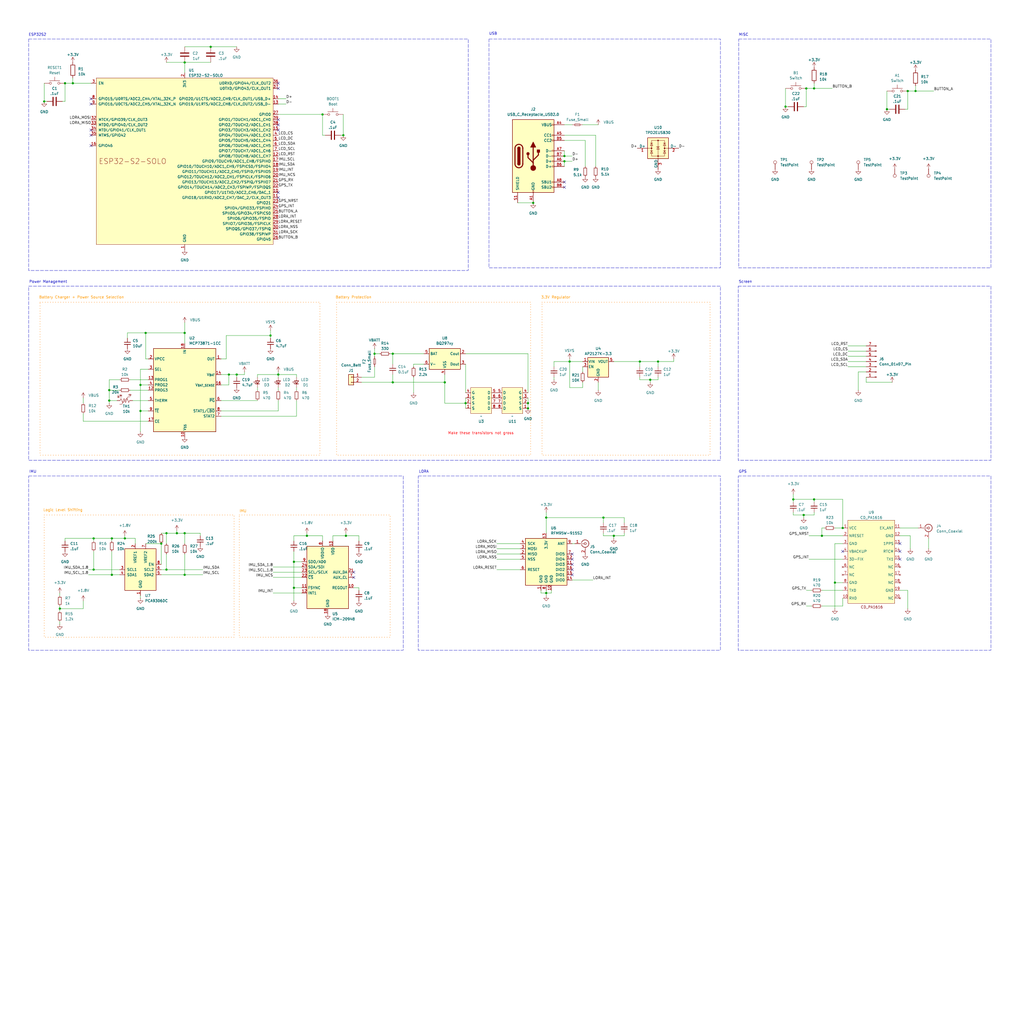
<source format=kicad_sch>
(kicad_sch (version 20231120) (generator "eeschema") (generator_version "8.0")
  (paper "User" 500 500)
  (lib_symbols
    (symbol "Battery_Management:BQ297xy"
      (property "Reference" "U" (at -6.35 6.35 0))
      (property "Value" "BQ297xy" (at 5.08 -6.35 0))
      (symbol "BQ297xy_1_1"
        (pin no_connect line (at 7.62 0 180) (length 2.54) hide (name "NC") (number "1"))
        (pin output line (at 10.16 2.54 180) (length 2.54) (name "Cout") (number "2"))
        (pin output line (at 10.16 -2.54 180) (length 2.54) (name "Dout") (number "3"))
        (pin power_in line (at 0 -7.62 90) (length 2.54) (name "VSS") (number "4"))
        (pin input line (at -10.16 2.54 0) (length 2.54) (name "BAT") (number "5"))
        (pin input line (at -10.16 -2.54 0) (length 2.54) (name "V-") (number "6"))
      )
    )
    (symbol "Battery_Management:MCP73871-1CC"
      (property "Reference" "U" (at -7.62 24.13 0))
      (property "Value" "MCP73871-1CC" (at -15.24 21.59 0))
      (symbol "MCP73871-1CC_1_1"
        (pin power_out line (at 17.78 15.24 180) (length 2.54) (name "OUT") (number "1"))
        (pin power_in line (at 0 -22.86 90) (length 2.54) (name "V_{SS}") (number "10"))
        (pin passive line (at 0 -22.86 90) (length 2.54) hide (name "V_{SS}") (number "11"))
        (pin bidirectional line (at -17.78 0 0) (length 2.54) (name "PROG3") (number "12"))
        (pin bidirectional line (at -17.78 5.08 0) (length 2.54) (name "PROG1") (number "13"))
        (pin power_out line (at 17.78 7.62 180) (length 2.54) (name "V_{BAT}") (number "14"))
        (pin passive line (at 17.78 7.62 180) (length 2.54) hide (name "V_{BAT}") (number "15"))
        (pin input line (at 17.78 2.54 180) (length 2.54) (name "V_{BAT_SENSE}") (number "16"))
        (pin input line (at -17.78 -15.24 0) (length 2.54) (name "CE") (number "17"))
        (pin power_in line (at 0 22.86 270) (length 2.54) (name "IN") (number "18"))
        (pin passive line (at 0 22.86 270) (length 2.54) hide (name "IN") (number "19"))
        (pin input line (at -17.78 15.24 0) (length 2.54) (name "VPCC") (number "2"))
        (pin passive line (at 17.78 15.24 180) (length 2.54) hide (name "OUT") (number "20"))
        (pin passive line (at 0 -22.86 90) (length 2.54) hide (name "V_{SS}") (number "21"))
        (pin input line (at -17.78 10.16 0) (length 2.54) (name "SEL") (number "3"))
        (pin input line (at -17.78 2.54 0) (length 2.54) (name "PROG2") (number "4"))
        (pin bidirectional line (at -17.78 -5.08 0) (length 2.54) (name "THERM") (number "5"))
        (pin open_collector line (at 17.78 -5.08 180) (length 2.54) (name "~{PG}") (number "6"))
        (pin open_collector line (at 17.78 -12.7 180) (length 2.54) (name "STAT2") (number "7"))
        (pin open_collector line (at 17.78 -10.16 180) (length 2.54) (name "STAT1/~{LBO}") (number "8"))
        (pin input line (at -17.78 -10.16 0) (length 2.54) (name "~{TE}") (number "9"))
      )
    )
    (symbol "Connector:Conn_01x07_Pin" (pin_names (offset 1.016) hide)
      (property "Reference" "J" (at 0 10.16 0))
      (property "Value" "Conn_01x07_Pin" (at 0 -10.16 0))
      (symbol "Conn_01x07_Pin_1_1"
        (pin passive line (at 5.08 7.62 180) (length 3.81) (name "Pin_1") (number "1"))
        (pin passive line (at 5.08 5.08 180) (length 3.81) (name "Pin_2") (number "2"))
        (pin passive line (at 5.08 2.54 180) (length 3.81) (name "Pin_3") (number "3"))
        (pin passive line (at 5.08 0 180) (length 3.81) (name "Pin_4") (number "4"))
        (pin passive line (at 5.08 -2.54 180) (length 3.81) (name "Pin_5") (number "5"))
        (pin passive line (at 5.08 -5.08 180) (length 3.81) (name "Pin_6") (number "6"))
        (pin passive line (at 5.08 -7.62 180) (length 3.81) (name "Pin_7") (number "7"))
      )
    )
    (symbol "Connector:Conn_Coaxial" (pin_names (offset 1.016) hide)
      (property "Reference" "J" (at 0.254 3.048 0))
      (property "Value" "Conn_Coaxial" (at 2.921 0 90))
      (symbol "Conn_Coaxial_1_1"
        (pin passive line (at -5.08 0 0) (length 2.54) (name "In") (number "1"))
        (pin passive line (at 0 -5.08 90) (length 2.54) (name "Ext") (number "2"))
      )
    )
    (symbol "Connector:TestPoint" (pin_numbers hide) (pin_names (offset 0.762) hide)
      (property "Reference" "TP" (at 0 6.858 0))
      (property "Value" "TestPoint" (at 0 5.08 0))
      (symbol "TestPoint_1_1"
        (pin passive line (at 0 0 90) (length 2.54) (name "1") (number "1"))
      )
    )
    (symbol "Connector:USB_C_Receptacle_USB2.0_16P" (pin_names (offset 1.016))
      (property "Reference" "J" (at 0 22.225 0))
      (property "Value" "USB_C_Receptacle_USB2.0_16P" (at 0 19.685 0))
      (symbol "USB_C_Receptacle_USB2.0_16P_1_1"
        (pin passive line (at 0 -22.86 90) (length 5.08) (name "GND") (number "A1"))
        (pin passive line (at 0 -22.86 90) (length 5.08) hide (name "GND") (number "A12"))
        (pin passive line (at 15.24 15.24 180) (length 5.08) (name "VBUS") (number "A4"))
        (pin bidirectional line (at 15.24 10.16 180) (length 5.08) (name "CC1") (number "A5"))
        (pin bidirectional line (at 15.24 -2.54 180) (length 5.08) (name "D+") (number "A6"))
        (pin bidirectional line (at 15.24 2.54 180) (length 5.08) (name "D-") (number "A7"))
        (pin bidirectional line (at 15.24 -12.7 180) (length 5.08) (name "SBU1") (number "A8"))
        (pin passive line (at 15.24 15.24 180) (length 5.08) hide (name "VBUS") (number "A9"))
        (pin passive line (at 0 -22.86 90) (length 5.08) hide (name "GND") (number "B1"))
        (pin passive line (at 0 -22.86 90) (length 5.08) hide (name "GND") (number "B12"))
        (pin passive line (at 15.24 15.24 180) (length 5.08) hide (name "VBUS") (number "B4"))
        (pin bidirectional line (at 15.24 7.62 180) (length 5.08) (name "CC2") (number "B5"))
        (pin bidirectional line (at 15.24 -5.08 180) (length 5.08) (name "D+") (number "B6"))
        (pin bidirectional line (at 15.24 0 180) (length 5.08) (name "D-") (number "B7"))
        (pin bidirectional line (at 15.24 -15.24 180) (length 5.08) (name "SBU2") (number "B8"))
        (pin passive line (at 15.24 15.24 180) (length 5.08) hide (name "VBUS") (number "B9"))
        (pin passive line (at -7.62 -22.86 90) (length 5.08) (name "SHIELD") (number "S1"))
      )
    )
    (symbol "Connector_Generic:Conn_01x02" (pin_names (offset 1.016) hide)
      (property "Reference" "J" (at 0 2.54 0))
      (property "Value" "Conn_01x02" (at 0 -5.08 0))
      (symbol "Conn_01x02_1_1"
        (pin passive line (at -5.08 0 0) (length 3.81) (name "Pin_1") (number "1"))
        (pin passive line (at -5.08 -2.54 0) (length 3.81) (name "Pin_2") (number "2"))
      )
    )
    (symbol "Device:C" (pin_numbers hide) (pin_names (offset 0.254))
      (property "Reference" "C" (at 0.635 2.54 0))
      (property "Value" "C" (at 0.635 -2.54 0))
      (symbol "C_1_1"
        (pin passive line (at 0 3.81 270) (length 2.794) (name "~") (number "1"))
        (pin passive line (at 0 -3.81 90) (length 2.794) (name "~") (number "2"))
      )
    )
    (symbol "Device:C_Small" (pin_numbers hide) (pin_names (offset 0.254) hide)
      (property "Reference" "C" (at 0.254 1.778 0))
      (property "Value" "C_Small" (at 0.254 -2.032 0))
      (symbol "C_Small_1_1"
        (pin passive line (at 0 2.54 270) (length 2.032) (name "~") (number "1"))
        (pin passive line (at 0 -2.54 90) (length 2.032) (name "~") (number "2"))
      )
    )
    (symbol "Device:Fuse_Small" (pin_numbers hide) (pin_names (offset 0.254) hide)
      (property "Reference" "F" (at 0 -1.524 0))
      (property "Value" "Fuse_Small" (at 0 1.524 0))
      (symbol "Fuse_Small_1_1"
        (pin passive line (at -2.54 0 0) (length 1.27) (name "~") (number "1"))
        (pin passive line (at 2.54 0 180) (length 1.27) (name "~") (number "2"))
      )
    )
    (symbol "Device:LED_Small" (pin_numbers hide) (pin_names (offset 0.254) hide)
      (property "Reference" "D" (at -1.27 3.175 0))
      (property "Value" "LED_Small" (at -4.445 -2.54 0))
      (symbol "LED_Small_1_1"
        (pin passive line (at -2.54 0 0) (length 1.778) (name "K") (number "1"))
        (pin passive line (at 2.54 0 180) (length 1.778) (name "A") (number "2"))
      )
    )
    (symbol "Device:R" (pin_numbers hide) (pin_names (offset 0))
      (property "Reference" "R" (at 2.032 0 90))
      (property "Value" "R" (at 0 0 90))
      (symbol "R_1_1"
        (pin passive line (at 0 3.81 270) (length 1.27) (name "~") (number "1"))
        (pin passive line (at 0 -3.81 90) (length 1.27) (name "~") (number "2"))
      )
    )
    (symbol "Device:R_Small" (pin_numbers hide) (pin_names (offset 0.254) hide)
      (property "Reference" "R" (at 0.762 0.508 0))
      (property "Value" "R_Small" (at 0.762 -1.016 0))
      (symbol "R_Small_1_1"
        (pin passive line (at 0 2.54 270) (length 0.762) (name "~") (number "1"))
        (pin passive line (at 0 -2.54 90) (length 0.762) (name "~") (number "2"))
      )
    )
    (symbol "Device:Thermistor_NTC_US" (pin_numbers hide) (pin_names (offset 0))
      (property "Reference" "TH" (at -4.445 0 90))
      (property "Value" "Thermistor_NTC_US" (at 3.175 0 90))
      (symbol "Thermistor_NTC_US_1_1"
        (pin passive line (at 0 3.81 270) (length 1.27) (name "~") (number "1"))
        (pin passive line (at 0 -3.81 90) (length 1.27) (name "~") (number "2"))
      )
    )
    (symbol "Interface:PCA9306DC" (pin_names (offset 1.016))
      (property "Reference" "U" (at -7.62 11.43 0))
      (property "Value" "PCA9306DC" (at 3.81 11.43 0))
      (symbol "PCA9306DC_1_1"
        (pin power_in line (at 0 -12.7 90) (length 2.54) (name "GND") (number "1"))
        (pin power_in line (at -2.54 12.7 270) (length 2.54) (name "VREF1") (number "2"))
        (pin bidirectional line (at -10.16 0 0) (length 2.54) (name "SCL1") (number "3"))
        (pin bidirectional line (at -10.16 -2.54 0) (length 2.54) (name "SDA1") (number "4"))
        (pin bidirectional line (at 10.16 -2.54 180) (length 2.54) (name "SDA2") (number "5"))
        (pin bidirectional line (at 10.16 0 180) (length 2.54) (name "SCL2") (number "6"))
        (pin power_in line (at 2.54 12.7 270) (length 2.54) (name "VREF2") (number "7"))
        (pin input line (at 10.16 2.54 180) (length 2.54) (name "EN") (number "8"))
      )
    )
    (symbol "Power_Protection:TPD2EUSB30" (pin_names (offset 0))
      (property "Reference" "U" (at 0 6.35 0))
      (property "Value" "TPD2EUSB30" (at 7.62 -7.62 0))
      (symbol "TPD2EUSB30_1_1"
        (pin passive line (at -10.16 0 0) (length 5.08) (name "D+") (number "1"))
        (pin passive line (at 10.16 0 180) (length 5.08) (name "D-") (number "2"))
        (pin passive line (at 0 -10.16 90) (length 5.08) (name "GND") (number "3"))
      )
    )
    (symbol "RF_Module:RFM95W-915S2" (pin_names (offset 1.016))
      (property "Reference" "U" (at -10.414 11.684 0))
      (property "Value" "RFM95W-915S2" (at 1.524 11.43 0))
      (symbol "RFM95W-915S2_1_1"
        (pin power_in line (at -2.54 -15.24 90) (length 2.54) (name "GND") (number "1"))
        (pin power_in line (at 2.54 -15.24 90) (length 2.54) (name "GND") (number "10"))
        (pin bidirectional line (at 12.7 -2.54 180) (length 2.54) (name "DIO3") (number "11"))
        (pin bidirectional line (at 12.7 0 180) (length 2.54) (name "DIO4") (number "12"))
        (pin power_in line (at 0 12.7 270) (length 2.54) (name "3.3V") (number "13"))
        (pin bidirectional line (at 12.7 -10.16 180) (length 2.54) (name "DIO0") (number "14"))
        (pin bidirectional line (at 12.7 -7.62 180) (length 2.54) (name "DIO1") (number "15"))
        (pin bidirectional line (at 12.7 -5.08 180) (length 2.54) (name "DIO2") (number "16"))
        (pin output line (at -12.7 2.54 0) (length 2.54) (name "MISO") (number "2"))
        (pin input line (at -12.7 5.08 0) (length 2.54) (name "MOSI") (number "3"))
        (pin input line (at -12.7 7.62 0) (length 2.54) (name "SCK") (number "4"))
        (pin input line (at -12.7 0 0) (length 2.54) (name "NSS") (number "5"))
        (pin bidirectional line (at -12.7 -5.08 0) (length 2.54) (name "RESET") (number "6"))
        (pin bidirectional line (at 12.7 2.54 180) (length 2.54) (name "DIO5") (number "7"))
        (pin power_in line (at 0 -15.24 90) (length 2.54) (name "GND") (number "8"))
        (pin bidirectional line (at 12.7 7.62 180) (length 2.54) (name "ANT") (number "9"))
      )
    )
    (symbol "Regulator_Linear:AP2127K-3.3" (pin_names (offset 0.254))
      (property "Reference" "U" (at -5.08 5.715 0))
      (property "Value" "AP2127K-3.3" (at 0 5.715 0))
      (symbol "AP2127K-3.3_1_1"
        (pin power_in line (at -7.62 2.54 0) (length 2.54) (name "VIN") (number "1"))
        (pin power_in line (at 0 -7.62 90) (length 2.54) (name "GND") (number "2"))
        (pin input line (at -7.62 0 0) (length 2.54) (name "EN") (number "3"))
        (pin no_connect line (at 5.08 0 180) (length 2.54) hide (name "NC") (number "4"))
        (pin power_out line (at 7.62 2.54 180) (length 2.54) (name "VOUT") (number "5"))
      )
    )
    (symbol "Sensor_Motion:ICM-20948"
      (property "Reference" "U" (at -11.43 16.51 0))
      (property "Value" "ICM-20948" (at 7.62 -16.51 0))
      (symbol "ICM-20948_1_1"
        (pin no_connect line (at -10.16 12.7 0) (length 2.54) hide (name "NC") (number "1"))
        (pin passive line (at 12.7 -5.08 180) (length 2.54) (name "REGOUT") (number "10"))
        (pin input line (at -12.7 -5.08 0) (length 2.54) (name "FSYNC") (number "11"))
        (pin output line (at -12.7 -7.62 0) (length 2.54) (name "INT1") (number "12"))
        (pin power_in line (at 2.54 17.78 270) (length 2.54) (name "VDD") (number "13"))
        (pin no_connect line (at 10.16 7.62 180) (length 2.54) hide (name "NC") (number "14"))
        (pin no_connect line (at 10.16 5.08 180) (length 2.54) hide (name "NC") (number "15"))
        (pin no_connect line (at 10.16 -7.62 180) (length 2.54) hide (name "NC") (number "16"))
        (pin no_connect line (at 10.16 -10.16 180) (length 2.54) hide (name "NC") (number "17"))
        (pin power_in line (at 0 -17.78 90) (length 2.54) (name "GND") (number "18"))
        (pin no_connect line (at 10.16 -12.7 180) (length 2.54) hide (name "RESV") (number "19"))
        (pin no_connect line (at -10.16 10.16 0) (length 2.54) hide (name "NC") (number "2"))
        (pin passive line (at 0 -17.78 90) (length 2.54) hide (name "GND") (number "20"))
        (pin bidirectional line (at 12.7 2.54 180) (length 2.54) (name "AUX_DA") (number "21"))
        (pin input line (at -12.7 0 0) (length 2.54) (name "~{CS}") (number "22"))
        (pin input line (at -12.7 2.54 0) (length 2.54) (name "SCL/SCLK") (number "23"))
        (pin bidirectional line (at -12.7 5.08 0) (length 2.54) (name "SDA/SDI") (number "24"))
        (pin no_connect line (at -10.16 -2.54 0) (length 2.54) hide (name "NC") (number "3"))
        (pin no_connect line (at -10.16 -10.16 0) (length 2.54) hide (name "NC") (number "4"))
        (pin no_connect line (at -10.16 -12.7 0) (length 2.54) hide (name "NC") (number "5"))
        (pin no_connect line (at 10.16 10.16 180) (length 2.54) hide (name "NC") (number "6"))
        (pin output line (at 12.7 0 180) (length 2.54) (name "AUX_CL") (number "7"))
        (pin power_in line (at -2.54 17.78 270) (length 2.54) (name "VDDIO") (number "8"))
        (pin bidirectional line (at -12.7 7.62 0) (length 2.54) (name "SDO/AD0") (number "9"))
      )
    )
    (symbol "Switch:SW_Omron_B3FS" (pin_numbers hide) (pin_names (offset 1.016) hide)
      (property "Reference" "SW" (at 1.27 2.54 0))
      (property "Value" "SW_Omron_B3FS" (at 0 -1.524 0))
      (symbol "SW_Omron_B3FS_0_1"
        (pin passive line (at -5.08 0 0) (length 2.54) (name "1") (number "1"))
        (pin passive line (at 5.08 0 180) (length 2.54) (name "2") (number "2"))
      )
    )
    (symbol "esp32:ESP32-S2-SOLO" (pin_names (offset 1.016))
      (property "Reference" "U" (at -43.18 45.72 0))
      (property "Value" "ESP32-S2-SOLO" (at -43.18 43.18 0))
      (symbol "ESP32-S2-SOLO_1_1"
        (text "ESP32-S2-SOLO" (at -25.4 0 0) (effects (font (size 2.54 2.54))))
        (pin power_in line (at 0 -43.18 90) (length 2.54) (name "GND") (number "1"))
        (pin bidirectional line (at 45.72 -15.24 180) (length 2.54) (name "GPIO17/U1TXD/ADC2_CH6/DAC_1") (number "10"))
        (pin bidirectional line (at 45.72 -17.78 180) (length 2.54) (name "GPIO18/U1RXD/ADC2_CH7/DAC_2/CLK_OUT3") (number "11"))
        (pin bidirectional line (at 45.72 2.54 180) (length 2.54) (name "GPIO8/TOUCH8/ADC1_CH7") (number "12"))
        (pin bidirectional line (at 45.72 27.94 180) (length 2.54) (name "GPIO19/U1RTS/ADC2_CH8/CLK_OUT2/USB_D-") (number "13"))
        (pin bidirectional line (at 45.72 30.48 180) (length 2.54) (name "GPIO20/U1CTS/ADC2_CH9/CLK_OUT1/USB_D+") (number "14"))
        (pin bidirectional line (at 45.72 15.24 180) (length 2.54) (name "GPIO3/TOUCH3/ADC1_CH2") (number "15"))
        (pin input line (at -45.72 7.62 0) (length 2.54) (name "GPIO46") (number "16"))
        (pin bidirectional line (at 45.72 0 180) (length 2.54) (name "GPIO9/TOUCH9/ADC1_CH8/FSPIHD") (number "17"))
        (pin bidirectional line (at 45.72 -2.54 180) (length 2.54) (name "GPIO10/TOUCH10/ADC1_CH9/FSPICS0/FSPIIO4") (number "18"))
        (pin bidirectional line (at 45.72 -5.08 180) (length 2.54) (name "GPIO11/TOUCH11/ADC2_CH0/FSPID/FSPIIO5") (number "19"))
        (pin power_in line (at 0 43.18 270) (length 2.54) (name "3V3") (number "2"))
        (pin bidirectional line (at 45.72 -7.62 180) (length 2.54) (name "GPIO12/TOUCH12/ADC2_CH1/FSPICLK/FSPIIO6") (number "20"))
        (pin bidirectional line (at 45.72 -10.16 180) (length 2.54) (name "GPIO13/TOUCH13/ADC2_CH2/FSPIQ/FSPIIO7") (number "21"))
        (pin bidirectional line (at 45.72 -12.7 180) (length 2.54) (name "GPIO14/TOUCH14/ADC2_CH3/FSPIWP/FSPIDQS") (number "22"))
        (pin bidirectional line (at 45.72 -20.32 180) (length 2.54) (name "GPIO21") (number "23"))
        (pin bidirectional line (at 45.72 -22.86 180) (length 2.54) (name "SPIIO4/GPIO33/FSPIHD") (number "24"))
        (pin bidirectional line (at 45.72 -25.4 180) (length 2.54) (name "SPIIO5/GPIO34/FSPICS0") (number "25"))
        (pin bidirectional line (at 45.72 -38.1 180) (length 2.54) (name "GPIO45") (number "26"))
        (pin bidirectional line (at 45.72 22.86 180) (length 2.54) (name "GPIO0") (number "27"))
        (pin bidirectional line (at 45.72 -27.94 180) (length 2.54) (name "SPIIO6/GPIO35/FSPID") (number "28"))
        (pin bidirectional line (at 45.72 -30.48 180) (length 2.54) (name "SPIIO7/GPIO36/FSPICLK") (number "29"))
        (pin bidirectional line (at -45.72 38.1 0) (length 2.54) (name "EN") (number "3"))
        (pin bidirectional line (at 45.72 -33.02 180) (length 2.54) (name "SPIDQS/GPIO37/FSPIQ") (number "30"))
        (pin bidirectional line (at 45.72 -35.56 180) (length 2.54) (name "GPIO38/FSPIWP") (number "31"))
        (pin bidirectional line (at -45.72 20.32 0) (length 2.54) (name "MTCK/GPIO39/CLK_OUT3") (number "32"))
        (pin bidirectional line (at -45.72 17.78 0) (length 2.54) (name "MTDO/GPIO40/CLK_OUT2") (number "33"))
        (pin bidirectional line (at -45.72 15.24 0) (length 2.54) (name "MTDI/GPIO41/CLK_OUT1") (number "34"))
        (pin bidirectional line (at -45.72 12.7 0) (length 2.54) (name "MTMS/GPIO42") (number "35"))
        (pin bidirectional line (at 45.72 38.1 180) (length 2.54) (name "U0RXD/GPIO44/CLK_OUT2") (number "36"))
        (pin bidirectional line (at 45.72 35.56 180) (length 2.54) (name "U0TXD/GPIO43/CLK_OUT1") (number "37"))
        (pin bidirectional line (at 45.72 17.78 180) (length 2.54) (name "GPIO2/TOUCH2/ADC1_CH1") (number "38"))
        (pin bidirectional line (at 45.72 20.32 180) (length 2.54) (name "GPIO1/TOUCH1/ADC1_CH0") (number "39"))
        (pin bidirectional line (at 45.72 12.7 180) (length 2.54) (name "GPIO4/TOUCH4/ADC1_CH3") (number "4"))
        (pin passive line (at 0 -43.18 90) (length 2.54) hide (name "GND") (number "40"))
        (pin passive line (at 0 -43.18 90) (length 2.54) hide (name "GND") (number "41"))
        (pin bidirectional line (at 45.72 10.16 180) (length 2.54) (name "GPIO5/TOUCH5/ADC1_CH4") (number "5"))
        (pin bidirectional line (at 45.72 7.62 180) (length 2.54) (name "GPIO6/TOUCH6/ADC1_CH5") (number "6"))
        (pin bidirectional line (at 45.72 5.08 180) (length 2.54) (name "GPIO7/TOUCH7/ADC1_CH6") (number "7"))
        (pin bidirectional line (at -45.72 30.48 0) (length 2.54) (name "GPIO15/U0RTS/ADC2_CH4/XTAL_32K_P") (number "8"))
        (pin bidirectional line (at -45.72 27.94 0) (length 2.54) (name "GPIO16/U0CTS/ADC2_CH5/XTAL_32K_N") (number "9"))
      )
    )
    (symbol "minimap_custom_symbols:CSD16406Q3"
      (property "Reference" "U" (at 0 7.874 0))
      (symbol "CSD16406Q3_1_1"
        (pin bidirectional line (at -7.62 3.81 0) (length 2.54) (name "S") (number "1"))
        (pin bidirectional line (at -7.62 1.27 0) (length 2.54) (name "S") (number "2"))
        (pin bidirectional line (at -7.62 -1.27 0) (length 2.54) (name "S") (number "3"))
        (pin input line (at -7.62 -3.81 0) (length 2.54) (name "G") (number "4"))
        (pin bidirectional line (at 7.62 -3.81 180) (length 2.54) (name "D") (number "5"))
        (pin bidirectional line (at 7.62 -1.27 180) (length 2.54) (name "D") (number "6"))
        (pin bidirectional line (at 7.62 1.27 180) (length 2.54) (name "D") (number "7"))
        (pin bidirectional line (at 7.62 3.81 180) (length 2.54) (name "D") (number "8"))
      )
    )
    (symbol "minimap_custom_symbols:PA1616D"
      (property "Reference" "U" (at 0 22.098 0))
      (symbol "PA1616D_1_1"
        (text "CD_PA1616" (at 0.254 -22.098 0) (effects (font (size 1.27 1.27))))
        (pin power_in line (at -13.97 16.51 0) (length 2.54) (name "VCC") (number "1"))
        (pin input line (at -13.97 -17.78 0) (length 2.54) (name "RX0") (number "10"))
        (pin input line (at 13.97 16.51 180) (length 2.54) (name "EX_ANT") (number "11"))
        (pin power_in line (at 13.97 12.7 180) (length 2.54) (name "GND") (number "12"))
        (pin output line (at 13.97 8.89 180) (length 2.54) (name "1PPS") (number "13"))
        (pin input line (at 13.97 5.08 180) (length 2.54) (name "RTCM") (number "14"))
        (pin output line (at 13.97 1.27 180) (length 2.54) (name "TX1") (number "15"))
        (pin no_connect line (at 13.97 -2.54 180) (length 2.54) (name "NC") (number "16"))
        (pin no_connect line (at 13.97 -6.35 180) (length 2.54) (name "NC") (number "17"))
        (pin no_connect line (at 13.97 -10.16 180) (length 2.54) (name "NC") (number "18"))
        (pin power_in line (at 13.97 -13.97 180) (length 2.54) (name "GND") (number "19"))
        (pin input line (at -13.97 12.7 0) (length 2.54) (name "NRESET") (number "2"))
        (pin no_connect line (at 13.97 -17.78 180) (length 2.54) (name "NC") (number "20"))
        (pin power_in line (at -13.97 8.89 0) (length 2.54) (name "GND") (number "3"))
        (pin power_in line (at -13.97 5.08 0) (length 2.54) (name "VBACKUP") (number "4"))
        (pin output line (at -13.97 1.27 0) (length 2.54) (name "3D-FIX") (number "5"))
        (pin no_connect line (at -13.97 -2.54 0) (length 2.54) (name "NC") (number "6"))
        (pin no_connect line (at -13.97 -6.35 0) (length 2.54) (name "NC") (number "7"))
        (pin power_in line (at -13.97 -10.16 0) (length 2.54) (name "GND") (number "8"))
        (pin output line (at -13.97 -13.97 0) (length 2.54) (name "TX0") (number "9"))
      )
    )
    (symbol "power:+3.3V" (power) (pin_numbers hide) (pin_names (offset 0) hide)
      (property "Value" "+3.3V" (at 0 3.556 0))
      (symbol "+3.3V_1_1"
        (pin power_in line (at 0 0 90) (length 0) (name "~") (number "1"))
      )
    )
    (symbol "power:GND" (power) (pin_numbers hide) (pin_names (offset 0) hide)
      (property "Value" "GND" (at 0 -3.81 0))
      (symbol "GND_1_1"
        (pin power_in line (at 0 0 270) (length 0) (name "~") (number "1"))
      )
    )
  )
  (junction (at 312.42 176.53))
  (junction (at 135.89 182.88))
  (junction (at 278.13 176.53))
  (junction (at 411.48 257.81))
  (junction (at 383.54 52.07))
  (junction (at 167.64 66.04))
  (junction (at 387.35 243.84))
  (junction (at 393.7 43.18))
  (junction (at 86.36 260.35))
  (junction (at 68.58 187.96))
  (junction (at 191.77 186.69))
  (junction (at 260.35 99.06))
  (junction (at 294.64 252.73))
  (junction (at 217.17 186.69))
  (junction (at 157.48 55.88))
  (junction (at 102.87 22.86))
  (junction (at 275.59 76.2))
  (junction (at 182.88 172.72))
  (junction (at 266.7 252.73))
  (junction (at 257.81 196.85))
  (junction (at 53.34 190.5))
  (junction (at 45.72 262.89))
  (junction (at 111.76 182.88))
  (junction (at 149.86 261.62))
  (junction (at 68.58 200.66))
  (junction (at 317.5 185.42))
  (junction (at 53.34 195.58))
  (junction (at 321.31 176.53))
  (junction (at 257.81 199.39))
  (junction (at 191.77 172.72))
  (junction (at 21.59 49.53))
  (junction (at 401.32 261.62))
  (junction (at 90.17 30.48))
  (junction (at 90.17 260.35))
  (junction (at 45.72 278.13))
  (junction (at 29.21 297.18))
  (junction (at 54.61 280.67))
  (junction (at 81.28 260.35))
  (junction (at 168.91 261.62))
  (junction (at 90.17 162.56))
  (junction (at 397.51 243.84))
  (junction (at 443.23 44.45))
  (junction (at 132.08 163.83))
  (junction (at 60.96 262.89))
  (junction (at 90.17 280.67))
  (junction (at 433.07 53.34))
  (junction (at 115.57 182.88))
  (junction (at 81.28 278.13))
  (junction (at 397.51 43.18))
  (junction (at 392.43 251.46))
  (junction (at 407.67 284.48))
  (junction (at 447.04 44.45))
  (junction (at 266.7 289.56))
  (junction (at 275.59 78.74))
  (junction (at 31.75 40.64))
  (junction (at 143.51 274.32))
  (junction (at 299.72 261.62))
  (junction (at 78.74 265.43))
  (junction (at 71.12 162.56))
  (junction (at 54.61 262.89))
  (junction (at 227.33 196.85))
  (junction (at 35.56 40.64))
  (junction (at 143.51 287.02))
  (no_connect (at 279.4 273.05))
  (no_connect (at 279.4 275.59))
  (no_connect (at 135.89 96.52))
  (no_connect (at 172.72 281.94))
  (no_connect (at 279.4 270.51))
  (no_connect (at 135.89 93.98))
  (no_connect (at 439.42 273.05))
  (no_connect (at 44.45 71.12))
  (no_connect (at 135.89 60.96))
  (no_connect (at 439.42 265.43))
  (no_connect (at 411.48 269.24))
  (no_connect (at 44.45 50.8))
  (no_connect (at 279.4 278.13))
  (no_connect (at 44.45 63.5))
  (no_connect (at 135.89 58.42))
  (no_connect (at 279.4 280.67))
  (no_connect (at 44.45 48.26))
  (no_connect (at 172.72 279.4))
  (no_connect (at 439.42 269.24))
  (no_connect (at 135.89 43.18))
  (no_connect (at 275.59 88.9))
  (no_connect (at 135.89 40.64))
  (no_connect (at 275.59 91.44))
  (no_connect (at 135.89 63.5))
  (no_connect (at 44.45 66.04))
  (wire (pts (xy 269.24 289.56) (xy 266.7 289.56)))
  (wire (pts (xy 144.78 182.88) (xy 135.89 182.88)))
  (wire (pts (xy 317.5 185.42) (xy 317.5 186.69)))
  (wire (pts (xy 62.23 162.56) (xy 62.23 165.1)))
  (wire (pts (xy 149.86 260.35) (xy 149.86 261.62)))
  (wire (pts (xy 328.93 175.26) (xy 328.93 176.53)))
  (wire (pts (xy 397.51 43.18) (xy 393.7 43.18)))
  (wire (pts (xy 264.16 288.29) (xy 264.16 289.56)))
  (wire (pts (xy 278.13 175.26) (xy 278.13 176.53)))
  (wire (pts (xy 22.86 49.53) (xy 21.59 49.53)))
  (wire (pts (xy 143.51 269.24) (xy 143.51 274.32)))
  (wire (pts (xy 43.18 280.67) (xy 54.61 280.67)))
  (wire (pts (xy 384.81 52.07) (xy 383.54 52.07)))
  (wire (pts (xy 275.59 76.2) (xy 279.4 76.2)))
  (wire (pts (xy 448.31 257.81) (xy 439.42 257.81)))
  (wire (pts (xy 217.17 186.69) (xy 217.17 196.85)))
  (wire (pts (xy 444.5 267.97) (xy 444.5 261.62)))
  (wire (pts (xy 143.51 261.62) (xy 149.86 261.62)))
  (wire (pts (xy 284.48 181.61) (xy 284.48 179.07)))
  (wire (pts (xy 294.64 252.73) (xy 294.64 255.27)))
  (wire (pts (xy 290.83 66.04) (xy 290.83 81.28)))
  (wire (pts (xy 411.48 295.91) (xy 411.48 292.1)))
  (wire (pts (xy 312.42 185.42) (xy 317.5 185.42)))
  (wire (pts (xy 68.58 187.96) (xy 72.39 187.96)))
  (wire (pts (xy 135.89 50.8) (xy 139.7 50.8)))
  (wire (pts (xy 133.35 281.94) (xy 147.32 281.94)))
  (wire (pts (xy 182.88 172.72) (xy 182.88 173.99)))
  (wire (pts (xy 107.95 200.66) (xy 135.89 200.66)))
  (wire (pts (xy 66.04 262.89) (xy 66.04 265.43)))
  (wire (pts (xy 191.77 186.69) (xy 176.53 186.69)))
  (wire (pts (xy 279.4 283.21) (xy 289.56 283.21)))
  (wire (pts (xy 31.75 262.89) (xy 31.75 264.16)))
  (wire (pts (xy 397.51 251.46) (xy 397.51 250.19)))
  (wire (pts (xy 81.28 278.13) (xy 78.74 278.13)))
  (wire (pts (xy 397.51 43.18) (xy 406.4 43.18)))
  (wire (pts (xy 119.38 182.88) (xy 115.57 182.88)))
  (wire (pts (xy 143.51 287.02) (xy 147.32 287.02)))
  (wire (pts (xy 45.72 264.16) (xy 45.72 262.89)))
  (wire (pts (xy 147.32 289.56) (xy 133.35 289.56)))
  (wire (pts (xy 144.78 203.2) (xy 144.78 195.58)))
  (wire (pts (xy 290.83 66.04) (xy 275.59 66.04)))
  (wire (pts (xy 97.79 260.35) (xy 97.79 261.62)))
  (wire (pts (xy 71.12 175.26) (xy 71.12 162.56)))
  (wire (pts (xy 387.35 251.46) (xy 387.35 250.19)))
  (wire (pts (xy 392.43 251.46) (xy 397.51 251.46)))
  (wire (pts (xy 401.32 288.29) (xy 411.48 288.29)))
  (wire (pts (xy 72.39 180.34) (xy 68.58 180.34)))
  (wire (pts (xy 81.28 260.35) (xy 81.28 265.43)))
  (wire (pts (xy 393.7 295.91) (xy 396.24 295.91)))
  (wire (pts (xy 53.34 196.85) (xy 53.34 195.58)))
  (wire (pts (xy 43.18 278.13) (xy 45.72 278.13)))
  (wire (pts (xy 284.48 189.23) (xy 278.13 189.23)))
  (wire (pts (xy 279.4 265.43) (xy 280.67 265.43)))
  (wire (pts (xy 435.61 186.69) (xy 422.91 186.69)))
  (wire (pts (xy 387.35 245.11) (xy 387.35 243.84)))
  (wire (pts (xy 414.02 173.99) (xy 422.91 173.99)))
  (wire (pts (xy 304.8 261.62) (xy 299.72 261.62)))
  (wire (pts (xy 411.48 265.43) (xy 407.67 265.43)))
  (wire (pts (xy 107.95 182.88) (xy 111.76 182.88)))
  (wire (pts (xy 275.59 78.74) (xy 279.4 78.74)))
  (wire (pts (xy 393.7 288.29) (xy 396.24 288.29)))
  (wire (pts (xy 90.17 22.86) (xy 102.87 22.86)))
  (wire (pts (xy 40.64 201.93) (xy 40.64 205.74)))
  (wire (pts (xy 275.59 78.74) (xy 275.59 81.28)))
  (wire (pts (xy 264.16 289.56) (xy 266.7 289.56)))
  (wire (pts (xy 304.8 260.35) (xy 304.8 261.62)))
  (wire (pts (xy 132.08 163.83) (xy 132.08 161.29)))
  (wire (pts (xy 443.23 44.45) (xy 443.23 53.34)))
  (wire (pts (xy 53.34 190.5) (xy 53.34 195.58)))
  (wire (pts (xy 157.48 261.62) (xy 157.48 264.16)))
  (wire (pts (xy 135.89 195.58) (xy 135.89 200.66)))
  (wire (pts (xy 45.72 278.13) (xy 58.42 278.13)))
  (wire (pts (xy 115.57 182.88) (xy 111.76 182.88)))
  (wire (pts (xy 191.77 172.72) (xy 191.77 177.8)))
  (wire (pts (xy 29.21 297.18) (xy 40.64 297.18)))
  (wire (pts (xy 299.72 176.53) (xy 312.42 176.53)))
  (wire (pts (xy 158.75 66.04) (xy 157.48 66.04)))
  (wire (pts (xy 133.35 276.86) (xy 147.32 276.86)))
  (wire (pts (xy 175.26 287.02) (xy 172.72 287.02)))
  (wire (pts (xy 111.76 182.88) (xy 111.76 187.96)))
  (wire (pts (xy 175.26 288.29) (xy 175.26 287.02)))
  (wire (pts (xy 392.43 52.07) (xy 393.7 52.07)))
  (wire (pts (xy 135.89 182.88) (xy 135.89 181.61)))
  (wire (pts (xy 397.51 243.84) (xy 411.48 243.84)))
  (wire (pts (xy 217.17 196.85) (xy 227.33 196.85)))
  (wire (pts (xy 71.12 265.43) (xy 78.74 265.43)))
  (wire (pts (xy 162.56 261.62) (xy 168.91 261.62)))
  (wire (pts (xy 63.5 190.5) (xy 72.39 190.5)))
  (wire (pts (xy 45.72 269.24) (xy 45.72 278.13)))
  (wire (pts (xy 143.51 293.37) (xy 143.51 287.02)))
  (wire (pts (xy 167.64 55.88) (xy 167.64 66.04)))
  (wire (pts (xy 447.04 41.91) (xy 447.04 44.45)))
  (wire (pts (xy 110.49 163.83) (xy 110.49 175.26)))
  (wire (pts (xy 40.64 194.31) (xy 40.64 196.85)))
  (wire (pts (xy 292.1 186.69) (xy 292.1 190.5)))
  (wire (pts (xy 62.23 162.56) (xy 71.12 162.56)))
  (wire (pts (xy 294.64 260.35) (xy 294.64 261.62)))
  (wire (pts (xy 190.5 172.72) (xy 191.77 172.72)))
  (wire (pts (xy 411.48 243.84) (xy 411.48 257.81)))
  (wire (pts (xy 182.88 172.72) (xy 182.88 170.18)))
  (wire (pts (xy 394.97 273.05) (xy 411.48 273.05)))
  (wire (pts (xy 110.49 175.26) (xy 107.95 175.26)))
  (wire (pts (xy 201.93 177.8) (xy 207.01 177.8)))
  (wire (pts (xy 53.34 185.42) (xy 53.34 190.5)))
  (wire (pts (xy 447.04 44.45) (xy 455.93 44.45)))
  (wire (pts (xy 407.67 257.81) (xy 411.48 257.81)))
  (wire (pts (xy 387.35 243.84) (xy 397.51 243.84)))
  (wire (pts (xy 270.51 185.42) (xy 270.51 184.15)))
  (wire (pts (xy 201.93 184.15) (xy 201.93 191.77)))
  (wire (pts (xy 133.35 279.4) (xy 147.32 279.4)))
  (wire (pts (xy 266.7 250.19) (xy 266.7 252.73)))
  (wire (pts (xy 191.77 172.72) (xy 207.01 172.72)))
  (wire (pts (xy 144.78 189.23) (xy 144.78 190.5)))
  (wire (pts (xy 68.58 200.66) (xy 72.39 200.66)))
  (wire (pts (xy 441.96 53.34) (xy 443.23 53.34)))
  (wire (pts (xy 285.75 81.28) (xy 285.75 68.58)))
  (wire (pts (xy 285.75 68.58) (xy 275.59 68.58)))
  (wire (pts (xy 54.61 264.16) (xy 54.61 262.89)))
  (wire (pts (xy 294.64 252.73) (xy 304.8 252.73)))
  (wire (pts (xy 40.64 297.18) (xy 40.64 293.37)))
  (wire (pts (xy 401.32 257.81) (xy 402.59 257.81)))
  (wire (pts (xy 242.57 265.43) (xy 254 265.43)))
  (wire (pts (xy 321.31 179.07) (xy 321.31 176.53)))
  (wire (pts (xy 81.28 30.48) (xy 90.17 30.48)))
  (wire (pts (xy 387.35 251.46) (xy 392.43 251.46)))
  (wire (pts (xy 422.91 186.69) (xy 422.91 184.15)))
  (wire (pts (xy 419.1 181.61) (xy 419.1 190.5)))
  (wire (pts (xy 414.02 176.53) (xy 422.91 176.53)))
  (wire (pts (xy 257.81 196.85) (xy 257.81 199.39)))
  (wire (pts (xy 90.17 162.56) (xy 90.17 167.64)))
  (wire (pts (xy 444.5 261.62) (xy 439.42 261.62)))
  (wire (pts (xy 407.67 265.43) (xy 407.67 284.48)))
  (wire (pts (xy 115.57 184.15) (xy 115.57 182.88)))
  (wire (pts (xy 90.17 260.35) (xy 90.17 265.43)))
  (wire (pts (xy 393.7 43.18) (xy 393.7 52.07)))
  (wire (pts (xy 266.7 290.83) (xy 266.7 289.56)))
  (wire (pts (xy 182.88 184.15) (xy 182.88 179.07)))
  (wire (pts (xy 143.51 264.16) (xy 143.51 261.62)))
  (wire (pts (xy 86.36 260.35) (xy 86.36 259.08)))
  (wire (pts (xy 414.02 168.91) (xy 422.91 168.91)))
  (wire (pts (xy 401.32 261.62) (xy 411.48 261.62)))
  (wire (pts (xy 90.17 260.35) (xy 97.79 260.35)))
  (wire (pts (xy 157.48 55.88) (xy 157.48 66.04)))
  (wire (pts (xy 135.89 55.88) (xy 157.48 55.88)))
  (wire (pts (xy 45.72 262.89) (xy 54.61 262.89)))
  (wire (pts (xy 227.33 172.72) (xy 257.81 172.72)))
  (wire (pts (xy 191.77 186.69) (xy 217.17 186.69)))
  (wire (pts (xy 168.91 261.62) (xy 175.26 261.62)))
  (wire (pts (xy 143.51 274.32) (xy 143.51 287.02)))
  (wire (pts (xy 90.17 157.48) (xy 90.17 162.56)))
  (wire (pts (xy 242.57 278.13) (xy 254 278.13)))
  (wire (pts (xy 401.32 257.81) (xy 401.32 261.62)))
  (wire (pts (xy 107.95 187.96) (xy 111.76 187.96)))
  (wire (pts (xy 125.73 182.88) (xy 125.73 184.15)))
  (wire (pts (xy 321.31 184.15) (xy 321.31 185.42)))
  (wire (pts (xy 147.32 274.32) (xy 143.51 274.32)))
  (wire (pts (xy 242.57 270.51) (xy 254 270.51)))
  (wire (pts (xy 185.42 172.72) (xy 182.88 172.72)))
  (wire (pts (xy 278.13 189.23) (xy 278.13 176.53)))
  (wire (pts (xy 453.39 267.97) (xy 453.39 262.89)))
  (wire (pts (xy 78.74 260.35) (xy 81.28 260.35)))
  (wire (pts (xy 321.31 176.53) (xy 328.93 176.53)))
  (wire (pts (xy 252.73 99.06) (xy 260.35 99.06)))
  (wire (pts (xy 68.58 180.34) (xy 68.58 187.96)))
  (wire (pts (xy 144.78 184.15) (xy 144.78 182.88)))
  (wire (pts (xy 257.81 194.31) (xy 257.81 196.85)))
  (wire (pts (xy 175.26 261.62) (xy 175.26 264.16)))
  (wire (pts (xy 68.58 292.1) (xy 68.58 290.83)))
  (wire (pts (xy 60.96 262.89) (xy 66.04 262.89)))
  (wire (pts (xy 135.89 184.15) (xy 135.89 182.88)))
  (wire (pts (xy 294.64 261.62) (xy 299.72 261.62)))
  (wire (pts (xy 407.67 284.48) (xy 407.67 297.18)))
  (wire (pts (xy 162.56 261.62) (xy 162.56 264.16)))
  (wire (pts (xy 54.61 280.67) (xy 58.42 280.67)))
  (wire (pts (xy 401.32 295.91) (xy 411.48 295.91)))
  (wire (pts (xy 72.39 175.26) (xy 71.12 175.26)))
  (wire (pts (xy 68.58 187.96) (xy 68.58 200.66)))
  (wire (pts (xy 266.7 252.73) (xy 266.7 260.35)))
  (wire (pts (xy 299.72 261.62) (xy 299.72 262.89)))
  (wire (pts (xy 312.42 176.53) (xy 321.31 176.53)))
  (wire (pts (xy 242.57 267.97) (xy 254 267.97)))
  (wire (pts (xy 107.95 203.2) (xy 144.78 203.2)))
  (wire (pts (xy 78.74 280.67) (xy 90.17 280.67)))
  (wire (pts (xy 422.91 181.61) (xy 419.1 181.61)))
  (wire (pts (xy 257.81 191.77) (xy 257.81 172.72)))
  (wire (pts (xy 149.86 261.62) (xy 157.48 261.62)))
  (wire (pts (xy 447.04 44.45) (xy 443.23 44.45)))
  (wire (pts (xy 81.28 278.13) (xy 99.06 278.13)))
  (wire (pts (xy 107.95 195.58) (xy 125.73 195.58)))
  (wire (pts (xy 275.59 60.96) (xy 279.4 60.96)))
  (wire (pts (xy 439.42 288.29) (xy 443.23 288.29)))
  (wire (pts (xy 201.93 179.07) (xy 201.93 177.8)))
  (wire (pts (xy 63.5 185.42) (xy 72.39 185.42)))
  (wire (pts (xy 119.38 181.61) (xy 119.38 182.88)))
  (wire (pts (xy 54.61 269.24) (xy 54.61 280.67)))
  (wire (pts (xy 135.89 182.88) (xy 125.73 182.88)))
  (wire (pts (xy 217.17 186.69) (xy 217.17 182.88)))
  (wire (pts (xy 29.21 289.56) (xy 29.21 290.83)))
  (wire (pts (xy 275.59 73.66) (xy 275.59 76.2)))
  (wire (pts (xy 90.17 30.48) (xy 90.17 35.56)))
  (wire (pts (xy 135.89 48.26) (xy 139.7 48.26)))
  (wire (pts (xy 90.17 30.48) (xy 102.87 30.48)))
  (wire (pts (xy 383.54 52.07) (xy 383.54 43.18)))
  (wire (pts (xy 135.89 189.23) (xy 135.89 190.5)))
  (wire (pts (xy 411.48 284.48) (xy 407.67 284.48)))
  (wire (pts (xy 242.57 273.05) (xy 254 273.05)))
  (wire (pts (xy 29.21 295.91) (xy 29.21 297.18)))
  (wire (pts (xy 312.42 184.15) (xy 312.42 185.42)))
  (wire (pts (xy 35.56 40.64) (xy 44.45 40.64)))
  (wire (pts (xy 394.97 261.62) (xy 401.32 261.62)))
  (wire (pts (xy 266.7 289.56) (xy 266.7 288.29)))
  (wire (pts (xy 434.34 53.34) (xy 433.07 53.34)))
  (wire (pts (xy 304.8 252.73) (xy 304.8 255.27)))
  (wire (pts (xy 53.34 195.58) (xy 57.15 195.58)))
  (wire (pts (xy 168.91 260.35) (xy 168.91 261.62)))
  (wire (pts (xy 191.77 182.88) (xy 191.77 186.69)))
  (wire (pts (xy 176.53 184.15) (xy 182.88 184.15)))
  (wire (pts (xy 81.28 260.35) (xy 86.36 260.35)))
  (wire (pts (xy 269.24 288.29) (xy 269.24 289.56)))
  (wire (pts (xy 227.33 177.8) (xy 227.33 191.77)))
  (wire (pts (xy 414.02 171.45) (xy 422.91 171.45)))
  (wire (pts (xy 21.59 49.53) (xy 21.59 40.64)))
  (wire (pts (xy 397.51 243.84) (xy 397.51 245.11)))
  (wire (pts (xy 31.75 262.89) (xy 45.72 262.89)))
  (wire (pts (xy 321.31 185.42) (xy 317.5 185.42)))
  (wire (pts (xy 433.07 53.34) (xy 433.07 44.45)))
  (wire (pts (xy 81.28 270.51) (xy 81.28 278.13)))
  (wire (pts (xy 278.13 176.53) (xy 284.48 176.53)))
  (wire (pts (xy 167.64 66.04) (xy 166.37 66.04)))
  (wire (pts (xy 35.56 38.1) (xy 35.56 40.64)))
  (wire (pts (xy 397.51 40.64) (xy 397.51 43.18)))
  (wire (pts (xy 284.48 60.96) (xy 292.1 60.96)))
  (wire (pts (xy 35.56 40.64) (xy 31.75 40.64)))
  (wire (pts (xy 30.48 49.53) (xy 31.75 49.53)))
  (wire (pts (xy 270.51 176.53) (xy 270.51 179.07)))
  (wire (pts (xy 102.87 22.86) (xy 115.57 22.86)))
  (wire (pts (xy 312.42 179.07) (xy 312.42 176.53)))
  (wire (pts (xy 227.33 194.31) (xy 227.33 196.85)))
  (wire (pts (xy 443.23 288.29) (xy 443.23 297.18)))
  (wire (pts (xy 132.08 165.1) (xy 132.08 163.83)))
  (wire (pts (xy 53.34 190.5) (xy 58.42 190.5)))
  (wire (pts (xy 29.21 297.18) (xy 29.21 298.45)))
  (wire (pts (xy 392.43 252.73) (xy 392.43 251.46)))
  (wire (pts (xy 40.64 205.74) (xy 72.39 205.74)))
  (wire (pts (xy 64.77 195.58) (xy 72.39 195.58)))
  (wire (pts (xy 71.12 162.56) (xy 90.17 162.56)))
  (wire (pts (xy 29.21 304.8) (xy 29.21 303.53)))
  (wire (pts (xy 90.17 280.67) (xy 99.06 280.67)))
  (wire (pts (xy 414.02 179.07) (xy 422.91 179.07)))
  (wire (pts (xy 68.58 210.82) (xy 68.58 200.66)))
  (wire (pts (xy 86.36 260.35) (xy 90.17 260.35)))
  (wire (pts (xy 78.74 265.43) (xy 78.74 275.59)))
  (wire (pts (xy 31.75 40.64) (xy 31.75 49.53)))
  (wire (pts (xy 294.64 252.73) (xy 266.7 252.73)))
  (wire (pts (xy 284.48 186.69) (xy 284.48 189.23)))
  (wire (pts (xy 60.96 261.62) (xy 60.96 262.89)))
  (wire (pts (xy 53.34 185.42) (xy 58.42 185.42)))
  (wire (pts (xy 387.35 241.3) (xy 387.35 243.84)))
  (wire (pts (xy 110.49 163.83) (xy 132.08 163.83)))
  (wire (pts (xy 125.73 189.23) (xy 125.73 190.5)))
  (wire (pts (xy 90.17 270.51) (xy 90.17 280.67)))
  (wire (pts (xy 54.61 262.89) (xy 60.96 262.89)))
  (wire (pts (xy 278.13 176.53) (xy 270.51 176.53)))
  (wire (pts (xy 227.33 196.85) (xy 227.33 199.39)))
  (rectangle (start 360.68 19.05) (end 483.87 130.81) (stroke (width 0) (type dash)))
  (rectangle (start 13.97 19.05) (end 228.6 132.08) (stroke (width 0) (type dash)))
  (rectangle (start 360.426 232.41) (end 483.87 317.5) (stroke (width 0) (type dash)))
  (rectangle (start 21.59 251.46) (end 114.3 311.15) (stroke (width 0.3) (type dot) (color 255 152 48 1)))
  (rectangle (start 13.97 232.41) (end 196.85 317.5) (stroke (width 0) (type dash)))
  (rectangle (start 204.216 232.41) (end 351.79 317.5) (stroke (width 0) (type dash)))
  (rectangle (start 116.84 251.46) (end 190.5 311.15) (stroke (width 0.3) (type dot) (color 255 152 48 1)))
  (rectangle (start 164.338 147.574) (end 259.08 222.25) (stroke (width 0.3) (type dot) (color 255 152 48 1)))
  (rectangle (start 19.558 147.574) (end 156.21 222.25) (stroke (width 0.3) (type dot) (color 255 152 48 1)))
  (rectangle (start 13.97 139.7) (end 351.79 224.79) (stroke (width 0) (type dash)))
  (rectangle (start 238.76 19.05) (end 351.79 130.81) (stroke (width 0) (type dash)))
  (rectangle (start 360.426 139.7) (end 483.87 224.79) (stroke (width 0) (type dash)))
  (rectangle (start 264.668 147.574) (end 346.71 222.25) (stroke (width 0.3) (type dot) (color 255 152 48 1)))
  (text "Screen" (at 360.68 138.43 0) (effects (font (size 1.27 1.27)) (justify left bottom)))
  (text "IMU" (at 14.224 231.14 0) (effects (font (size 1.27 1.27)) (justify left bottom)))
  (text "Battery Charger + Power Source Selection" (at 19.05 146.05 0) (effects (font (size 1.27 1.27)) (justify left bottom)))
  (text "Battery Protection" (at 163.83 146.05 0) (effects (font (size 1.27 1.27)) (justify left bottom)))
  (text "Make these transistors not gross" (at 218.694 212.344 0) (effects (font (size 1.27 1.27)) (justify left bottom)))
  (text "ESP32S2" (at 13.97 17.78 0) (effects (font (size 1.27 1.27)) (justify left bottom)))
  (text "Power Management" (at 14.224 138.43 0) (effects (font (size 1.27 1.27)) (justify left bottom)))
  (text "LORA" (at 204.47 231.14 0) (effects (font (size 1.27 1.27)) (justify left bottom)))
  (text "GPS\n" (at 360.68 231.14 0) (effects (font (size 1.27 1.27)) (justify left bottom)))
  (text "3.3V Regulator" (at 264.16 146.05 0) (effects (font (size 1.27 1.27)) (justify left bottom)))
  (text "Logic Level Shifting" (at 21.082 249.936 0) (effects (font (size 1.27 1.27)) (justify left bottom)))
  (text "IMU" (at 116.84 250.444 0) (effects (font (size 1.27 1.27)) (justify left bottom)))
  (text "USB" (at 238.76 17.272 0) (effects (font (size 1.27 1.27)) (justify left bottom)))
  (text "MISC\n" (at 360.68 17.78 0) (effects (font (size 1.27 1.27)) (justify left bottom)))
  (label "GPS_TX" (at 135.89 91.44 0))
  (label "D+" (at 311.15 72.39 180))
  (label "LCD_DC" (at 135.89 68.58 0))
  (label "GPS_TX" (at 393.7 288.29 180))
  (label "IMU_SCL_1.8" (at 133.35 279.4 180))
  (label "LCD_SDA" (at 135.89 71.12 0))
  (label "GPS_NRST" (at 135.89 99.06 0))
  (label "LORA_SCK" (at 135.89 114.3 0))
  (label "LORA_INT" (at 289.56 283.21 0))
  (label "GPS_RX" (at 135.89 88.9 0))
  (label "D-" (at 331.47 72.39 0))
  (label "IMU_INT" (at 133.35 289.56 180))
  (label "IMU_NCS" (at 135.89 86.36 0))
  (label "BUTTON_B" (at 406.4 43.18 0))
  (label "LCD_SCL" (at 414.02 179.07 180))
  (label "LORA_MISO" (at 44.45 60.96 180))
  (label "GPS_INT" (at 394.97 273.05 180))
  (label "LORA_MOSI" (at 242.57 267.97 180))
  (label "GPS_INT" (at 135.89 101.6 0))
  (label "LORA_NSS" (at 135.89 111.76 0))
  (label "LORA_INT" (at 135.89 106.68 0))
  (label "D+" (at 139.7 48.26 0))
  (label "LORA_SCK" (at 242.57 265.43 180))
  (label "LCD_SDA" (at 414.02 176.53 180))
  (label "D+" (at 279.4 78.74 0))
  (label "IMU_SCL" (at 99.06 280.67 0))
  (label "LCD_DC" (at 414.02 173.99 180))
  (label "IMU_SCL" (at 135.89 78.74 0))
  (label "BUTTON_A" (at 135.89 104.14 0))
  (label "IMU_SDA" (at 135.89 81.28 0))
  (label "LORA_RESET" (at 242.57 278.13 180))
  (label "GPS_RX" (at 393.7 295.91 180))
  (label "D-" (at 139.7 50.8 0))
  (label "IMU_SDA" (at 99.06 278.13 0))
  (label "LCD_RST" (at 414.02 168.91 180))
  (label "LCD_CS" (at 414.02 171.45 180))
  (label "LORA_MOSI" (at 44.45 58.42 180))
  (label "LCD_RST" (at 135.89 76.2 0))
  (label "LORA_NSS" (at 242.57 273.05 180))
  (label "LCD_SCL" (at 135.89 73.66 0))
  (label "BUTTON_A" (at 455.93 44.45 0))
  (label "IMU_SCL_1.8" (at 43.18 280.67 180))
  (label "LCD_CS" (at 135.89 66.04 0))
  (label "IMU_SDA_1.8" (at 133.35 276.86 180))
  (label "IMU_INT" (at 135.89 83.82 0))
  (label "IMU_NCS" (at 133.35 281.94 180))
  (label "GPS_NRST" (at 394.97 261.62 180))
  (label "BUTTON_B" (at 135.89 116.84 0))
  (label "IMU_SDA_1.8" (at 43.18 278.13 180))
  (label "LORA_RESET" (at 135.89 109.22 0))
  (label "D-" (at 279.4 76.2 0))
  (label "LORA_MISO" (at 242.57 270.51 180))
  (symbol (lib_id "Device:C_Small") (at 62.23 167.64 0) (unit 1)
    (property "Reference" "C5" (at 64.77 166.3762 0) (effects (justify left)))
    (property "Value" "10uF" (at 64.77 168.9162 0) (effects (justify left)))
    (property "Footprint" "Capacitor_SMD:C_0603_1608Metric" (effects (hide yes)))
    (property "Description" "Unpolarized capacitor, small symbol" (effects (hide yes)))
  )
  (symbol (lib_id "Device:LED_Small") (at 135.89 186.69 90) (unit 1)
    (property "Reference" "D2" (at 141.732 187.96 90) (effects (justify left)))
    (property "Value" "LED" (at 141.732 185.42 90) (effects (justify left)))
    (property "Footprint" "LED_SMD:LED_0603_1608Metric" (effects (hide yes)))
    (property "Description" "Light emitting diode, small symbol" (effects (hide yes)))
  )
  (symbol (lib_id "Device:Fuse_Small") (at 182.88 176.53 90) (unit 1)
    (property "Reference" "F2" (at 177.8 176.53 0))
    (property "Value" "Fuse_Small" (at 180.34 176.53 0))
    (property "Footprint" "Fuse:Fuse_0603_1608Metric" (effects (hide yes)))
    (property "Description" "Fuse, small symbol" (effects (hide yes)))
  )
  (symbol (lib_id "power:GND") (at 321.31 82.55 0) (unit 1)
    (property "Reference" "#PWR026" (effects (hide yes)))
    (property "Value" "GND" (at 321.31 87.63 0))
    (property "Description" "Power symbol creates a global label with name \"GND\" , ground" (effects (hide yes)))
  )
  (symbol (lib_id "Device:C") (at 102.87 26.67 0) (unit 1)
    (property "Reference" "C3" (at 106.68 26.035 0) (effects (justify left)))
    (property "Value" ".1uF" (at 106.68 28.575 0) (effects (justify left)))
    (property "Footprint" "Capacitor_SMD:C_0603_1608Metric" (effects (hide yes)))
  )
  (symbol (lib_id "power:GND") (at 290.83 86.36 0) (unit 1)
    (property "Reference" "#PWR021" (effects (hide yes)))
    (property "Value" "GND" (at 290.83 91.44 0))
    (property "Description" "Power symbol creates a global label with name \"GND\" , ground" (effects (hide yes)))
  )
  (symbol (lib_id "power:+3.3V") (at 40.64 293.37 0) (unit 1)
    (property "Reference" "#PWR039" (effects (hide yes)))
    (property "Value" "+1.8V" (at 40.64 288.29 0))
    (property "Description" "Power symbol creates a global label with name \"+3.3V\"" (effects (hide yes)))
  )
  (symbol (lib_id "power:+3.3V") (at 278.13 175.26 0) (unit 1)
    (property "Reference" "#PWR018" (effects (hide yes)))
    (property "Value" "VSYS" (at 278.13 171.196 0))
    (property "Description" "Power symbol creates a global label with name \"+3.3V\"" (effects (hide yes)))
  )
  (symbol (lib_id "Device:C_Small") (at 387.35 247.65 180) (unit 1)
    (property "Reference" "C7" (at 389.89 246.3735 0) (effects (justify right)))
    (property "Value" ".1uF" (at 389.128 248.92 0) (effects (justify right)))
    (property "Footprint" "Capacitor_SMD:C_0603_1608Metric" (effects (hide yes)))
    (property "Description" "Unpolarized capacitor, small symbol" (effects (hide yes)))
  )
  (symbol (lib_id "Connector:Conn_Coaxial") (at 453.39 257.81 0) (unit 1)
    (property "Reference" "J4" (at 457.2 256.8331 0) (effects (justify left)))
    (property "Value" "Conn_Coaxial" (at 457.2 259.3731 0) (effects (justify left)))
    (property "Footprint" "Connector_Coaxial:U.FL_Molex_MCRF_73412-0110_Vertical" (effects (hide yes)))
    (property "Datasheet" " ~" (effects (hide yes)))
    (property "Description" "coaxial connector (BNC, SMA, SMB, SMC, Cinch/RCA, LEMO, ...)" (effects (hide yes)))
  )
  (symbol (lib_id "Device:R_Small") (at 60.96 190.5 270) (unit 1)
    (property "Reference" "R3" (at 56.388 188.976 90))
    (property "Value" "20k" (at 56.388 191.516 90))
    (property "Footprint" "Resistor_SMD:R_0603_1608Metric" (effects (hide yes)))
    (property "Description" "Resistor, small symbol" (effects (hide yes)))
  )
  (symbol (lib_id "Connector:USB_C_Receptacle_USB2.0_16P") (at 260.35 76.2 0) (unit 1)
    (property "Reference" "J2" (at 260.35 53.34 0))
    (property "Value" "USB_C_Receptacle_USB2.0" (at 260.35 55.88 0))
    (property "Footprint" "Connector_USB:USB_C_Receptacle_JAE_DX07S016JA1R1500" (effects (hide yes)))
    (property "Datasheet" "https://www.usb.org/sites/default/files/documents/usb_type-c.zip" (effects (hide yes)))
    (property "Description" "USB 2.0-only 16P Type-C Receptacle connector" (effects (hide yes)))
    (property "Digikey" "https://www.digikey.com/en/products/detail/jae-electronics/dx07s016ja1r1500/11585731" (effects (hide yes)))
  )
  (symbol (lib_id "power:GND") (at 266.7 290.83 0) (unit 1)
    (property "Reference" "#PWR034" (effects (hide yes)))
    (property "Value" "GND" (at 266.7 295.91 0))
    (property "Description" "Power symbol creates a global label with name \"GND\" , ground" (effects (hide yes)))
  )
  (symbol (lib_id "Connector:TestPoint") (at 419.1 82.55 0) (unit 1)
    (property "Reference" "TP5" (at 421.64 77.9779 0) (effects (justify left)))
    (property "Value" "TestPoint" (at 421.64 80.5179 0) (effects (justify left)))
    (property "Footprint" "TestPoint:TestPoint_Pad_D1.5mm" (effects (hide yes)))
    (property "Description" "test point" (effects (hide yes)))
  )
  (symbol (lib_id "power:+3.3V") (at 35.56 30.48 0) (unit 1)
    (property "Reference" "#PWR02" (effects (hide yes)))
    (property "Value" "+3.3V" (at 35.56 26.67 0))
  )
  (symbol (lib_id "Device:R_Small") (at 90.17 267.97 0) (unit 1)
    (property "Reference" "R27" (at 92.71 266.6999 0) (effects (justify left)))
    (property "Value" "10k" (at 92.71 269.2399 0) (effects (justify left)))
    (property "Footprint" "Resistor_SMD:R_0603_1608Metric" (effects (hide yes)))
    (property "Description" "Resistor, small symbol" (effects (hide yes)))
  )
  (symbol (lib_id "Device:C_Small") (at 175.26 266.7 180) (unit 1)
    (property "Reference" "C9" (at 177.8 265.4235 0) (effects (justify right)))
    (property "Value" ".1uF" (at 177.8 267.9635 0) (effects (justify right)))
    (property "Footprint" "Capacitor_SMD:C_0603_1608Metric" (effects (hide yes)))
    (property "Description" "Unpolarized capacitor, small symbol" (effects (hide yes)))
  )
  (symbol (lib_id "Device:R_Small") (at 187.96 172.72 90) (unit 1)
    (property "Reference" "R14" (at 187.96 167.64 90))
    (property "Value" "330" (at 187.96 170.18 90))
    (property "Footprint" "Resistor_SMD:R_0603_1608Metric" (effects (hide yes)))
    (property "Description" "Resistor, small symbol" (effects (hide yes)))
  )
  (symbol (lib_id "power:GND") (at 62.23 170.18 0) (unit 1)
    (property "Reference" "#PWR08" (effects (hide yes)))
    (property "Value" "GND" (at 62.23 175.26 0))
    (property "Description" "Power symbol creates a global label with name \"GND\" , ground" (effects (hide yes)))
  )
  (symbol (lib_id "Device:C_Small") (at 294.64 257.81 180) (unit 1)
    (property "Reference" "C17" (at 297.18 256.5335 0) (effects (justify right)))
    (property "Value" ".1uF" (at 296.418 259.08 0) (effects (justify right)))
    (property "Footprint" "Capacitor_SMD:C_0603_1608Metric" (effects (hide yes)))
    (property "Description" "Unpolarized capacitor, small symbol" (effects (hide yes)))
  )
  (symbol (lib_id "power:+3.3V") (at 435.61 186.69 0) (unit 1)
    (property "Reference" "#PWR048" (effects (hide yes)))
    (property "Value" "+3.3V" (at 435.61 182.88 0))
    (property "Description" "Power symbol creates a global label with name \"+3.3V\"" (effects (hide yes)))
  )
  (symbol (lib_id "power:+3.3V") (at 90.17 157.48 0) (unit 1)
    (property "Reference" "#PWR09" (effects (hide yes)))
    (property "Value" "VBUS" (at 92.71 156.2099 0) (effects (justify left)))
    (property "Description" "Power symbol creates a global label with name \"+3.3V\"" (effects (hide yes)))
  )
  (symbol (lib_id "Device:R_Small") (at 78.74 262.89 0) (unit 1)
    (property "Reference" "R25" (at 71.882 261.874 0) (effects (justify left)))
    (property "Value" "200k" (at 71.882 264.414 0) (effects (justify left)))
    (property "Footprint" "Resistor_SMD:R_0603_1608Metric" (effects (hide yes)))
    (property "Description" "Resistor, small symbol" (effects (hide yes)))
  )
  (symbol (lib_id "power:GND") (at 285.75 86.36 0) (unit 1)
    (property "Reference" "#PWR020" (effects (hide yes)))
    (property "Value" "GND" (at 285.75 91.44 0))
    (property "Description" "Power symbol creates a global label with name \"GND\" , ground" (effects (hide yes)))
  )
  (symbol (lib_id "power:GND") (at 115.57 22.86 0) (unit 1)
    (property "Reference" "#PWR05" (effects (hide yes)))
    (property "Value" "GND" (at 115.57 27.94 0))
  )
  (symbol (lib_id "power:GND") (at 90.17 213.36 0) (unit 1)
    (property "Reference" "#PWR07" (effects (hide yes)))
    (property "Value" "GND" (at 90.17 218.44 0))
    (property "Description" "Power symbol creates a global label with name \"GND\" , ground" (effects (hide yes)))
  )
  (symbol (lib_id "power:+3.3V") (at 168.91 260.35 0) (unit 1)
    (property "Reference" "#PWR044" (effects (hide yes)))
    (property "Value" "+3.3V" (at 168.91 255.27 0))
    (property "Description" "Power symbol creates a global label with name \"+3.3V\"" (effects (hide yes)))
  )
  (symbol (lib_id "Switch:SW_Omron_B3FS") (at 162.56 55.88 0) (unit 1)
    (property "Reference" "BOOT1" (at 162.56 48.26 0))
    (property "Value" "Boot" (at 162.56 50.8 0))
    (property "Footprint" "Button_Switch_SMD:SW_Push_1P1T_NO_6x6mm_H9.5mm" (effects (hide yes)))
    (property "Datasheet" "https://omronfs.omron.com/en_US/ecb/products/pdf/en-b3fs.pdf" (effects (hide yes)))
  )
  (symbol (lib_id "Sensor_Motion:ICM-20948") (at 160.02 281.94 0) (unit 1)
    (property "Reference" "U5" (at 162.2141 299.72 0) (effects (justify left)))
    (property "Value" "ICM-20948" (at 162.2141 302.26 0) (effects (justify left)))
    (property "Footprint" "Sensor_Motion:InvenSense_QFN-24_3x3mm_P0.4mm" (effects (hide yes)))
    (property "Datasheet" "http://www.invensense.com/wp-content/uploads/2016/06/DS-000189-ICM-20948-v1.3.pdf" (effects (hide yes)))
    (property "Description" "InvenSense 9-Axis Motion Sensor, Accelerometer, Gyroscope, Compass, I2C/SPI, QFN-24" (effects (hide yes)))
  )
  (symbol (lib_id "Device:R") (at 35.56 34.29 0) (unit 1)
    (property "Reference" "R1" (at 38.1 33.655 0) (effects (justify left)))
    (property "Value" "10k" (at 38.1 36.195 0) (effects (justify left)))
    (property "Footprint" "Resistor_SMD:R_0603_1608Metric" (effects (hide yes)))
  )
  (symbol (lib_id "Device:C_Small") (at 132.08 167.64 0) (unit 1)
    (property "Reference" "C6" (at 134.62 166.3762 0) (effects (justify left)))
    (property "Value" "4.7uF" (at 134.62 168.9162 0) (effects (justify left)))
    (property "Footprint" "Capacitor_SMD:C_0603_1608Metric" (effects (hide yes)))
    (property "Description" "Unpolarized capacitor, small symbol" (effects (hide yes)))
  )
  (symbol (lib_id "Device:R_Small") (at 135.89 193.04 0) (unit 1)
    (property "Reference" "R4" (at 138.43 191.7699 0) (effects (justify left)))
    (property "Value" "470" (at 138.43 194.3099 0) (effects (justify left)))
    (property "Footprint" "Resistor_SMD:R_0603_1608Metric" (effects (hide yes)))
    (property "Description" "Resistor, small symbol" (effects (hide yes)))
  )
  (symbol (lib_id "Interface:PCA9306DC") (at 68.58 278.13 0) (unit 1)
    (property "Reference" "U7" (at 70.7741 290.83 0) (effects (justify left)))
    (property "Value" "PCA9306DC" (at 70.7741 293.37 0) (effects (justify left)))
    (property "Footprint" "Package_SO:VSSOP-8_2.3x2mm_P0.5mm" (effects (hide yes)))
    (property "Datasheet" "https://www.nxp.com/docs/en/data-sheet/PCA9306.pdf" (effects (hide yes)))
    (property "Description" "Dual bidirectional I2C Bus and SMBus voltage level translator, VSSOP-8, Discontinued" (effects (hide yes)))
  )
  (symbol (lib_id "Power_Protection:TPD2EUSB30") (at 321.31 72.39 0) (unit 1)
    (property "Reference" "U10" (at 321.31 62.23 0))
    (property "Value" "TPD2EUSB30" (at 321.31 64.77 0))
    (property "Footprint" "Package_TO_SOT_SMD:Texas_DRT-3" (effects (hide yes)))
    (property "Datasheet" "http://www.ti.com/lit/ds/symlink/tpd2eusb30a.pdf" (effects (hide yes)))
    (property "Description" "2-Channel ESD Protection for Super-Speed USB 3.0 Interface, DRT-3" (effects (hide yes)))
  )
  (symbol (lib_id "power:+3.3V") (at 436.88 82.55 0) (unit 1)
    (property "Reference" "#PWR064" (effects (hide yes)))
    (property "Value" "+3.3V" (at 436.88 77.47 0))
    (property "Description" "Power symbol creates a global label with name \"+3.3V\"" (effects (hide yes)))
  )
  (symbol (lib_id "power:GND") (at 90.17 121.92 0) (unit 1)
    (property "Reference" "#PWR04" (effects (hide yes)))
    (property "Value" "GND" (at 90.17 127 0))
  )
  (symbol (lib_id "Device:R_Small") (at 45.72 266.7 0) (unit 1)
    (property "Reference" "R16" (at 48.26 265.4299 0) (effects (justify left)))
    (property "Value" "10k" (at 48.26 267.9699 0) (effects (justify left)))
    (property "Footprint" "Resistor_SMD:R_0603_1608Metric" (effects (hide yes)))
    (property "Description" "Resistor, small symbol" (effects (hide yes)))
  )
  (symbol (lib_id "power:GND") (at 115.57 189.23 0) (unit 1)
    (property "Reference" "#PWR019" (effects (hide yes)))
    (property "Value" "GND" (at 115.57 194.31 0))
    (property "Description" "Power symbol creates a global label with name \"GND\" , ground" (effects (hide yes)))
  )
  (symbol (lib_id "power:+3.3V") (at 397.51 33.02 0) (unit 1)
    (property "Reference" "#PWR062" (effects (hide yes)))
    (property "Value" "+3.3V" (at 397.51 29.21 0))
  )
  (symbol (lib_id "Device:C_Small") (at 143.51 266.7 180) (unit 1)
    (property "Reference" "C16" (at 146.05 265.4235 0) (effects (justify right)))
    (property "Value" ".1uF" (at 146.05 267.9635 0) (effects (justify right)))
    (property "Footprint" "Capacitor_SMD:C_0603_1608Metric" (effects (hide yes)))
    (property "Description" "Unpolarized capacitor, small symbol" (effects (hide yes)))
  )
  (symbol (lib_id "Device:R_Small") (at 144.78 193.04 0) (unit 1)
    (property "Reference" "R6" (at 147.32 191.7699 0) (effects (justify left)))
    (property "Value" "470" (at 147.32 194.3099 0) (effects (justify left)))
    (property "Footprint" "Resistor_SMD:R_0603_1608Metric" (effects (hide yes)))
    (property "Description" "Resistor, small symbol" (effects (hide yes)))
  )
  (symbol (lib_id "power:GND") (at 53.34 196.85 0) (unit 1)
    (property "Reference" "#PWR016" (effects (hide yes)))
    (property "Value" "GND" (at 53.34 201.93 0))
    (property "Description" "Power symbol creates a global label with name \"GND\" , ground" (effects (hide yes)))
  )
  (symbol (lib_id "Device:C") (at 388.62 52.07 90) (unit 1)
    (property "Reference" "C22" (at 388.62 45.72 90))
    (property "Value" ".1uF" (at 388.62 48.26 90))
    (property "Footprint" "Capacitor_SMD:C_0603_1608Metric" (effects (hide yes)))
  )
  (symbol (lib_id "Device:R_Small") (at 290.83 83.82 0) (unit 1)
    (property "Reference" "R10" (at 293.37 82.55 0) (effects (justify left)))
    (property "Value" "5.1k" (at 293.37 85.09 0) (effects (justify left)))
    (property "Footprint" "Resistor_SMD:R_0603_1608Metric" (effects (hide yes)))
    (property "Description" "Resistor, small symbol" (effects (hide yes)))
  )
  (symbol (lib_id "Device:C_Small") (at 312.42 181.61 180) (unit 1)
    (property "Reference" "C10" (at 314.96 180.3335 0) (effects (justify right)))
    (property "Value" ".1uF" (at 314.198 182.88 0) (effects (justify right)))
    (property "Footprint" "Capacitor_SMD:C_0603_1608Metric" (effects (hide yes)))
    (property "Description" "Unpolarized capacitor, small symbol" (effects (hide yes)))
  )
  (symbol (lib_id "minimap_custom_symbols:CSD16406Q3") (at 250.19 195.58 180) (unit 1)
    (property "Reference" "U11" (at 250.19 205.74 0))
    (property "Value" "~" (at 250.19 203.2 0))
    (property "Footprint" "Package_SON:VSON-8_3.3x3.3mm_P0.65mm_NexFET" (effects (hide yes)))
  )
  (symbol (lib_id "power:+3.3V") (at 292.1 60.96 0) (unit 1)
    (property "Reference" "#PWR022" (effects (hide yes)))
    (property "Value" "VBUS" (at 294.64 59.6899 0) (effects (justify left)))
    (property "Description" "Power symbol creates a global label with name \"+3.3V\"" (effects (hide yes)))
  )
  (symbol (lib_id "Connector:Conn_Coaxial") (at 285.75 265.43 0) (unit 1)
    (property "Reference" "J5" (at 288.036 266.954 0) (effects (justify left)))
    (property "Value" "Conn_Coaxial" (at 288.036 269.494 0) (effects (justify left)))
    (property "Footprint" "Connector_Coaxial:U.FL_Molex_MCRF_73412-0110_Vertical" (effects (hide yes)))
    (property "Datasheet" " ~" (effects (hide yes)))
    (property "Description" "coaxial connector (BNC, SMA, SMB, SMC, Cinch/RCA, LEMO, ...)" (effects (hide yes)))
  )
  (symbol (lib_id "power:GND") (at 68.58 210.82 0) (unit 1)
    (property "Reference" "#PWR017" (effects (hide yes)))
    (property "Value" "GND" (at 68.58 215.9 0))
    (property "Description" "Power symbol creates a global label with name \"GND\" , ground" (effects (hide yes)))
  )
  (symbol (lib_id "power:GND") (at 392.43 252.73 0) (unit 1)
    (property "Reference" "#PWR056" (effects (hide yes)))
    (property "Value" "GND" (at 392.43 257.81 0))
    (property "Description" "Power symbol creates a global label with name \"GND\" , ground" (effects (hide yes)))
  )
  (symbol (lib_id "Connector:TestPoint") (at 396.24 82.55 0) (unit 1)
    (property "Reference" "TP2" (at 398.78 77.9779 0) (effects (justify left)))
    (property "Value" "TestPoint" (at 398.78 80.5179 0) (effects (justify left)))
    (property "Footprint" "TestPoint:TestPoint_Plated_Hole_D2.0mm" (effects (hide yes)))
    (property "Description" "test point" (effects (hide yes)))
  )
  (symbol (lib_id "power:GND") (at 396.24 82.55 0) (unit 1)
    (property "Reference" "#PWR046" (effects (hide yes)))
    (property "Value" "GND" (at 396.24 87.63 0))
  )
  (symbol (lib_id "power:+3.3V") (at 447.04 34.29 0) (unit 1)
    (property "Reference" "#PWR060" (effects (hide yes)))
    (property "Value" "+3.3V" (at 447.04 30.48 0))
  )
  (symbol (lib_id "power:GND") (at 407.67 297.18 0) (unit 1)
    (property "Reference" "#PWR053" (effects (hide yes)))
    (property "Value" "GND" (at 407.67 302.26 0))
    (property "Description" "Power symbol creates a global label with name \"GND\" , ground" (effects (hide yes)))
  )
  (symbol (lib_id "Device:C_Small") (at 115.57 186.69 0) (unit 1)
    (property "Reference" "C19" (at 118.11 185.4262 0) (effects (justify left)))
    (property "Value" "4.7uF" (at 118.11 187.9662 0) (effects (justify left)))
    (property "Footprint" "Capacitor_SMD:C_0603_1608Metric" (effects (hide yes)))
    (property "Description" "Unpolarized capacitor, small symbol" (effects (hide yes)))
  )
  (symbol (lib_id "power:GND") (at 175.26 269.24 0) (unit 1)
    (property "Reference" "#PWR025" (effects (hide yes)))
    (property "Value" "GND" (at 175.26 274.32 0))
    (property "Description" "Power symbol creates a global label with name \"GND\" , ground" (effects (hide yes)))
  )
  (symbol (lib_id "Device:C_Small") (at 31.75 266.7 180) (unit 1)
    (property "Reference" "C11" (at 34.29 265.4235 0) (effects (justify right)))
    (property "Value" ".1uF" (at 34.29 267.9635 0) (effects (justify right)))
    (property "Footprint" "Capacitor_SMD:C_0603_1608Metric" (effects (hide yes)))
    (property "Description" "Unpolarized capacitor, small symbol" (effects (hide yes)))
  )
  (symbol (lib_id "Device:C_Small") (at 97.79 264.16 180) (unit 1)
    (property "Reference" "C13" (at 100.33 262.8835 0) (effects (justify right)))
    (property "Value" ".1uF" (at 100.33 265.4235 0) (effects (justify right)))
    (property "Footprint" "Capacitor_SMD:C_0603_1608Metric" (effects (hide yes)))
    (property "Description" "Unpolarized capacitor, small symbol" (effects (hide yes)))
  )
  (symbol (lib_id "power:GND") (at 453.39 267.97 0) (unit 1)
    (property "Reference" "#PWR050" (effects (hide yes)))
    (property "Value" "GND" (at 453.39 273.05 0))
    (property "Description" "Power symbol creates a global label with name \"GND\" , ground" (effects (hide yes)))
  )
  (symbol (lib_id "Device:C_Small") (at 270.51 181.61 180) (unit 1)
    (property "Reference" "C20" (at 273.05 180.3335 0) (effects (justify right)))
    (property "Value" "1uF" (at 273.05 182.8735 0) (effects (justify right)))
    (property "Footprint" "Capacitor_SMD:C_0603_1608Metric" (effects (hide yes)))
    (property "Description" "Unpolarized capacitor, small symbol" (effects (hide yes)))
  )
  (symbol (lib_id "Device:C_Small") (at 321.31 181.61 180) (unit 1)
    (property "Reference" "C12" (at 323.85 180.3335 0) (effects (justify right)))
    (property "Value" "1uF" (at 323.85 182.8735 0) (effects (justify right)))
    (property "Footprint" "Capacitor_SMD:C_0603_1608Metric" (effects (hide yes)))
    (property "Description" "Unpolarized capacitor, small symbol" (effects (hide yes)))
  )
  (symbol (lib_id "power:GND") (at 257.81 199.39 0) (unit 1)
    (property "Reference" "#PWR031" (effects (hide yes)))
    (property "Value" "GND" (at 257.81 204.47 0))
    (property "Description" "Power symbol creates a global label with name \"GND\" , ground" (effects (hide yes)))
  )
  (symbol (lib_id "Device:C_Small") (at 175.26 290.83 180) (unit 1)
    (property "Reference" "C8" (at 177.8 289.5535 0) (effects (justify right)))
    (property "Value" ".1uF" (at 177.8 292.0935 0) (effects (justify right)))
    (property "Footprint" "Capacitor_SMD:C_0603_1608Metric" (effects (hide yes)))
    (property "Description" "Unpolarized capacitor, small symbol" (effects (hide yes)))
  )
  (symbol (lib_id "power:+3.3V") (at 149.86 260.35 0) (unit 1)
    (property "Reference" "#PWR045" (effects (hide yes)))
    (property "Value" "+1.8V" (at 149.86 255.27 0))
    (property "Description" "Power symbol creates a global label with name \"+3.3V\"" (effects (hide yes)))
  )
  (symbol (lib_id "Device:R_Small") (at 285.75 83.82 0) (unit 1)
    (property "Reference" "R9" (at 279.908 82.804 0) (effects (justify left)))
    (property "Value" "5.1k" (at 279.908 85.344 0) (effects (justify left)))
    (property "Footprint" "Resistor_SMD:R_0603_1608Metric" (effects (hide yes)))
    (property "Description" "Resistor, small symbol" (effects (hide yes)))
  )
  (symbol (lib_id "power:GND") (at 317.5 186.69 0) (unit 1)
    (property "Reference" "#PWR011" (effects (hide yes)))
    (property "Value" "GND" (at 317.5 191.77 0))
    (property "Description" "Power symbol creates a global label with name \"GND\" , ground" (effects (hide yes)))
  )
  (symbol (lib_id "Device:R_Small") (at 398.78 288.29 90) (unit 1)
    (property "Reference" "R19" (at 398.78 283.21 90))
    (property "Value" "470" (at 398.78 285.75 90))
    (property "Footprint" "Resistor_SMD:R_0603_1608Metric" (effects (hide yes)))
    (property "Description" "Resistor, small symbol" (effects (hide yes)))
  )
  (symbol (lib_id "Device:R_Small") (at 29.21 293.37 0) (unit 1)
    (property "Reference" "R7" (at 31.75 292.0999 0) (effects (justify left)))
    (property "Value" "1k" (at 31.75 294.6399 0) (effects (justify left)))
    (property "Footprint" "Resistor_SMD:R_0603_1608Metric" (effects (hide yes)))
    (property "Description" "Resistor, small symbol" (effects (hide yes)))
  )
  (symbol (lib_id "power:GND") (at 31.75 269.24 0) (unit 1)
    (property "Reference" "#PWR038" (effects (hide yes)))
    (property "Value" "GND" (at 31.75 274.32 0))
    (property "Description" "Power symbol creates a global label with name \"GND\" , ground" (effects (hide yes)))
  )
  (symbol (lib_id "power:GND") (at 29.21 304.8 0) (unit 1)
    (property "Reference" "#PWR037" (effects (hide yes)))
    (property "Value" "GND" (at 29.21 309.88 0))
    (property "Description" "Power symbol creates a global label with name \"GND\" , ground" (effects (hide yes)))
  )
  (symbol (lib_id "Device:R_Small") (at 284.48 184.15 0) (unit 1)
    (property "Reference" "R21" (at 279.146 183.134 0) (effects (justify left)))
    (property "Value" "10K" (at 279.146 185.674 0) (effects (justify left)))
    (property "Footprint" "Resistor_SMD:R_0603_1608Metric" (effects (hide yes)))
    (property "Description" "Resistor, small symbol" (effects (hide yes)))
  )
  (symbol (lib_id "Device:C") (at 90.17 26.67 0) (unit 1)
    (property "Reference" "C2" (at 93.98 26.035 0) (effects (justify left)))
    (property "Value" "1uF" (at 93.98 28.575 0) (effects (justify left)))
    (property "Footprint" "Capacitor_SMD:C_0603_1608Metric" (effects (hide yes)))
  )
  (symbol (lib_id "Device:R_Small") (at 60.96 185.42 90) (unit 1)
    (property "Reference" "R2" (at 60.96 180.34 90))
    (property "Value" "10k" (at 60.96 182.88 90))
    (property "Footprint" "Resistor_SMD:R_0603_1608Metric" (effects (hide yes)))
    (property "Description" "Resistor, small symbol" (effects (hide yes)))
  )
  (symbol (lib_id "Connector_Generic:Conn_01x02") (at 171.45 184.15 0) (mirror y) (unit 1)
    (property "Reference" "J1" (at 171.45 180.848 0))
    (property "Value" "Conn_Batt" (at 171.45 178.308 0))
    (property "Footprint" "Connector_JST:JST_PH_S2B-PH-K_1x02_P2.00mm_Horizontal" (effects (hide yes)))
    (property "Description" "Generic connector, single row, 01x02, script generated (kicad-library-utils/schlib/autogen/connector/)" (effects (hide yes)))
  )
  (symbol (lib_id "Device:R_Small") (at 125.73 193.04 0) (unit 1)
    (property "Reference" "R5" (at 128.27 191.7699 0) (effects (justify left)))
    (property "Value" "470" (at 128.27 194.3099 0) (effects (justify left)))
    (property "Footprint" "Resistor_SMD:R_0603_1608Metric" (effects (hide yes)))
    (property "Description" "Resistor, small symbol" (effects (hide yes)))
  )
  (symbol (lib_id "power:GND") (at 433.07 53.34 0) (unit 1)
    (property "Reference" "#PWR058" (effects (hide yes)))
    (property "Value" "GND" (at 433.07 58.42 0))
  )
  (symbol (lib_id "power:+3.3V") (at 86.36 259.08 0) (unit 1)
    (property "Reference" "#PWR042" (effects (hide yes)))
    (property "Value" "+3.3V" (at 86.36 254 0))
    (property "Description" "Power symbol creates a global label with name \"+3.3V\"" (effects (hide yes)))
  )
  (symbol (lib_id "Connector:TestPoint") (at 436.88 82.55 180) (unit 1)
    (property "Reference" "TP3" (at 439.42 84.5819 0) (effects (justify right)))
    (property "Value" "TestPoint" (at 439.42 87.1219 0) (effects (justify right)))
    (property "Footprint" "TestPoint:TestPoint_Pad_D1.5mm" (effects (hide yes)))
    (property "Description" "test point" (effects (hide yes)))
  )
  (symbol (lib_id "power:+3.3V") (at 182.88 170.18 0) (unit 1)
    (property "Reference" "#PWR047" (effects (hide yes)))
    (property "Value" "VBATT" (at 182.88 166.116 0))
    (property "Description" "Power symbol creates a global label with name \"+3.3V\"" (effects (hide yes)))
  )
  (symbol (lib_id "power:+3.3V") (at 266.7 250.19 0) (unit 1)
    (property "Reference" "#PWR028" (effects (hide yes)))
    (property "Value" "+3.3V" (at 266.7 246.38 0))
    (property "Description" "Power symbol creates a global label with name \"+3.3V\"" (effects (hide yes)))
  )
  (symbol (lib_id "Device:R_Small") (at 398.78 295.91 90) (unit 1)
    (property "Reference" "R20" (at 398.78 290.83 90))
    (property "Value" "470" (at 398.78 293.37 90))
    (property "Footprint" "Resistor_SMD:R_0603_1608Metric" (effects (hide yes)))
    (property "Description" "Resistor, small symbol" (effects (hide yes)))
  )
  (symbol (lib_id "Device:C") (at 26.67 49.53 90) (unit 1)
    (property "Reference" "C1" (at 26.67 43.18 90))
    (property "Value" ".1uF" (at 26.67 45.72 90))
    (property "Footprint" "Capacitor_SMD:C_0603_1608Metric" (effects (hide yes)))
  )
  (symbol (lib_id "power:+3.3V") (at 119.38 181.61 0) (unit 1)
    (property "Reference" "#PWR014" (effects (hide yes)))
    (property "Value" "VBATT" (at 119.38 177.546 0))
    (property "Description" "Power symbol creates a global label with name \"+3.3V\"" (effects (hide yes)))
  )
  (symbol (lib_id "power:GND") (at 292.1 190.5 0) (unit 1)
    (property "Reference" "#PWR029" (effects (hide yes)))
    (property "Value" "GND" (at 292.1 195.58 0))
    (property "Description" "Power symbol creates a global label with name \"GND\" , ground" (effects (hide yes)))
  )
  (symbol (lib_id "power:+3.3V") (at 29.21 289.56 0) (unit 1)
    (property "Reference" "#PWR036" (effects (hide yes)))
    (property "Value" "+3.3V" (at 29.21 284.48 0))
    (property "Description" "Power symbol creates a global label with name \"+3.3V\"" (effects (hide yes)))
  )
  (symbol (lib_id "Switch:SW_Omron_B3FS") (at 438.15 44.45 0) (unit 1)
    (property "Reference" "A1" (at 438.15 36.83 0))
    (property "Value" "Switch" (at 438.15 39.37 0))
    (property "Footprint" "Button_Switch_THT:SW_Tactile_SPST_Angled_PTS645Vx83-2LFS" (effects (hide yes)))
    (property "Datasheet" "https://omronfs.omron.com/en_US/ecb/products/pdf/en-b3fs.pdf" (effects (hide yes)))
  )
  (symbol (lib_id "Connector:Conn_01x07_Pin") (at 427.99 176.53 180) (unit 1)
    (property "Reference" "J6" (at 429.26 175.2599 0) (effects (justify right)))
    (property "Value" "Conn_01x07_Pin" (at 429.26 177.7999 0) (effects (justify right)))
    (property "Footprint" "Connector_PinHeader_2.54mm:PinHeader_1x07_P2.54mm_Vertical" (effects (hide yes)))
    (property "Description" "Generic connector, single row, 01x07, script generated" (effects (hide yes)))
  )
  (symbol (lib_id "power:GND") (at 97.79 266.7 0) (unit 1)
    (property "Reference" "#PWR043" (effects (hide yes)))
    (property "Value" "GND" (at 97.79 271.78 0))
    (property "Description" "Power symbol creates a global label with name \"GND\" , ground" (effects (hide yes)))
  )
  (symbol (lib_id "power:GND") (at 21.59 49.53 0) (unit 1)
    (property "Reference" "#PWR01" (effects (hide yes)))
    (property "Value" "GND" (at 21.59 54.61 0))
  )
  (symbol (lib_id "Device:LED_Small") (at 125.73 186.69 90) (unit 1)
    (property "Reference" "D3" (at 131.572 187.96 90) (effects (justify left)))
    (property "Value" "LED" (at 131.572 185.42 90) (effects (justify left)))
    (property "Footprint" "LED_SMD:LED_0603_1608Metric" (effects (hide yes)))
    (property "Description" "Light emitting diode, small symbol" (effects (hide yes)))
  )
  (symbol (lib_id "power:GND") (at 443.23 297.18 0) (unit 1)
    (property "Reference" "#PWR052" (effects (hide yes)))
    (property "Value" "GND" (at 443.23 302.26 0))
    (property "Description" "Power symbol creates a global label with name \"GND\" , ground" (effects (hide yes)))
  )
  (symbol (lib_id "power:+3.3V") (at 132.08 161.29 0) (unit 1)
    (property "Reference" "#PWR055" (effects (hide yes)))
    (property "Value" "VSYS" (at 132.08 157.226 0))
    (property "Description" "Power symbol creates a global label with name \"+3.3V\"" (effects (hide yes)))
  )
  (symbol (lib_id "power:GND") (at 68.58 292.1 0) (unit 1)
    (property "Reference" "#PWR041" (effects (hide yes)))
    (property "Value" "GND" (at 68.58 297.18 0))
    (property "Description" "Power symbol creates a global label with name \"GND\" , ground" (effects (hide yes)))
  )
  (symbol (lib_id "Switch:SW_Omron_B3FS") (at 26.67 40.64 0) (unit 1)
    (property "Reference" "RESET1" (at 26.67 33.02 0))
    (property "Value" "Reset" (at 26.67 35.56 0))
    (property "Footprint" "Button_Switch_SMD:SW_Push_1P1T_NO_6x6mm_H9.5mm" (effects (hide yes)))
    (property "Datasheet" "https://omronfs.omron.com/en_US/ecb/products/pdf/en-b3fs.pdf" (effects (hide yes)))
  )
  (symbol (lib_id "power:GND") (at 383.54 52.07 0) (unit 1)
    (property "Reference" "#PWR061" (effects (hide yes)))
    (property "Value" "GND" (at 383.54 57.15 0))
  )
  (symbol (lib_id "Device:R") (at 397.51 36.83 0) (unit 1)
    (property "Reference" "R18" (at 400.05 36.195 0) (effects (justify left)))
    (property "Value" "10k" (at 400.05 38.735 0) (effects (justify left)))
    (property "Footprint" "Resistor_SMD:R_0603_1608Metric" (effects (hide yes)))
  )
  (symbol (lib_id "power:+3.3V") (at 328.93 175.26 0) (unit 1)
    (property "Reference" "#PWR033" (effects (hide yes)))
    (property "Value" "+3.3V" (at 328.93 171.45 0))
    (property "Description" "Power symbol creates a global label with name \"+3.3V\"" (effects (hide yes)))
  )
  (symbol (lib_id "Device:R_Small") (at 40.64 199.39 180) (unit 1)
    (property "Reference" "R12" (at 43.18 198.1199 0) (effects (justify right)))
    (property "Value" "10k" (at 43.18 200.6599 0) (effects (justify right)))
    (property "Footprint" "Resistor_SMD:R_0603_1608Metric" (effects (hide yes)))
    (property "Description" "Resistor, small symbol" (effects (hide yes)))
  )
  (symbol (lib_id "power:+3.3V") (at 135.89 181.61 0) (unit 1)
    (property "Reference" "#PWR010" (effects (hide yes)))
    (property "Value" "VBUS" (at 138.43 180.3399 0) (effects (justify left)))
    (property "Description" "Power symbol creates a global label with name \"+3.3V\"" (effects (hide yes)))
  )
  (symbol (lib_id "power:GND") (at 444.5 267.97 0) (unit 1)
    (property "Reference" "#PWR051" (effects (hide yes)))
    (property "Value" "GND" (at 444.5 273.05 0))
    (property "Description" "Power symbol creates a global label with name \"GND\" , ground" (effects (hide yes)))
  )
  (symbol (lib_id "power:GND") (at 299.72 262.89 0) (unit 1)
    (property "Reference" "#PWR035" (effects (hide yes)))
    (property "Value" "GND" (at 299.72 267.97 0))
    (property "Description" "Power symbol creates a global label with name \"GND\" , ground" (effects (hide yes)))
  )
  (symbol (lib_id "Switch:SW_Omron_B3FS") (at 388.62 43.18 0) (unit 1)
    (property "Reference" "B1" (at 388.62 35.56 0))
    (property "Value" "Switch" (at 388.62 38.1 0))
    (property "Footprint" "Button_Switch_THT:SW_Tactile_SPST_Angled_PTS645Vx83-2LFS" (effects (hide yes)))
    (property "Datasheet" "https://omronfs.omron.com/en_US/ecb/products/pdf/en-b3fs.pdf" (effects (hide yes)))
  )
  (symbol (lib_id "power:GND") (at 160.02 299.72 0) (unit 1)
    (property "Reference" "#PWR024" (effects (hide yes)))
    (property "Value" "GND" (at 160.02 304.8 0))
    (property "Description" "Power symbol creates a global label with name \"GND\" , ground" (effects (hide yes)))
  )
  (symbol (lib_id "power:GND") (at 132.08 170.18 0) (unit 1)
    (property "Reference" "#PWR013" (effects (hide yes)))
    (property "Value" "GND" (at 132.08 175.26 0))
    (property "Description" "Power symbol creates a global label with name \"GND\" , ground" (effects (hide yes)))
  )
  (symbol (lib_id "Device:Thermistor_NTC_US") (at 60.96 195.58 270) (unit 1)
    (property "Reference" "TH1" (at 61.722 198.374 90))
    (property "Value" "10k" (at 61.722 200.914 90))
    (property "Footprint" "Resistor_SMD:R_0603_1608Metric" (effects (hide yes)))
    (property "Description" "Temperature dependent resistor, negative temperature coefficient, US symbol" (effects (hide yes)))
  )
  (symbol (lib_id "power:GND") (at 175.26 293.37 0) (unit 1)
    (property "Reference" "#PWR030" (effects (hide yes)))
    (property "Value" "GND" (at 175.26 298.45 0))
    (property "Description" "Power symbol creates a global label with name \"GND\" , ground" (effects (hide yes)))
  )
  (symbol (lib_id "power:+3.3V") (at 40.64 194.31 0) (unit 1)
    (property "Reference" "#PWR023" (effects (hide yes)))
    (property "Value" "VBUS" (at 43.18 193.0399 0) (effects (justify left)))
    (property "Description" "Power symbol creates a global label with name \"+3.3V\"" (effects (hide yes)))
  )
  (symbol (lib_id "power:GND") (at 270.51 185.42 0) (unit 1)
    (property "Reference" "#PWR059" (effects (hide yes)))
    (property "Value" "GND" (at 270.51 190.5 0))
    (property "Description" "Power symbol creates a global label with name \"GND\" , ground" (effects (hide yes)))
  )
  (symbol (lib_id "Device:Fuse_Small") (at 281.94 60.96 0) (unit 1)
    (property "Reference" "F1" (at 281.94 55.88 0))
    (property "Value" "Fuse_Small" (at 281.94 58.42 0))
    (property "Footprint" "Fuse:Fuse_0603_1608Metric" (effects (hide yes)))
    (property "Description" "Fuse, small symbol" (effects (hide yes)))
  )
  (symbol (lib_id "Battery_Management:BQ297xy") (at 217.17 175.26 0) (unit 1)
    (property "Reference" "U8" (at 217.17 165.1 0))
    (property "Value" "BQ297xy" (at 217.17 167.64 0))
    (property "Footprint" "Package_SON:WSON-6_1.5x1.5mm_P0.5mm" (effects (hide yes)))
    (property "Datasheet" "http://www.ti.com/lit/ds/symlink/bq2970.pdf" (effects (hide yes)))
    (property "Description" "Voltage and Current Protection for Single-Cell Li-Ion and Li-Polymer Batteries" (effects (hide yes)))
  )
  (symbol (lib_id "power:GND") (at 260.35 99.06 0) (unit 1)
    (property "Reference" "#PWR015" (effects (hide yes)))
    (property "Value" "GND" (at 260.35 104.14 0))
    (property "Description" "Power symbol creates a global label with name \"GND\" , ground" (effects (hide yes)))
  )
  (symbol (lib_id "power:GND") (at 419.1 82.55 0) (unit 1)
    (property "Reference" "#PWR063" (effects (hide yes)))
    (property "Value" "GND" (at 419.1 87.63 0))
  )
  (symbol (lib_id "Device:C") (at 438.15 53.34 90) (unit 1)
    (property "Reference" "C21" (at 438.15 46.99 90))
    (property "Value" ".1uF" (at 438.15 49.53 90))
    (property "Footprint" "Capacitor_SMD:C_0603_1608Metric" (effects (hide yes)))
  )
  (symbol (lib_id "Device:C") (at 162.56 66.04 90) (unit 1)
    (property "Reference" "C4" (at 162.56 59.69 90))
    (property "Value" ".1uF" (at 162.56 62.23 90))
    (property "Footprint" "Capacitor_SMD:C_0603_1608Metric" (effects (hide yes)))
  )
  (symbol (lib_id "power:+3.3V") (at 60.96 261.62 0) (unit 1)
    (property "Reference" "#PWR040" (effects (hide yes)))
    (property "Value" "+1.8V" (at 60.96 256.54 0))
    (property "Description" "Power symbol creates a global label with name \"+3.3V\"" (effects (hide yes)))
  )
  (symbol (lib_id "power:+3.3V") (at 453.39 82.55 0) (unit 1)
    (property "Reference" "#PWR065" (effects (hide yes)))
    (property "Value" "+3.3V" (at 453.39 77.47 0))
    (property "Description" "Power symbol creates a global label with name \"+3.3V\"" (effects (hide yes)))
  )
  (symbol (lib_id "Device:C_Small") (at 397.51 247.65 180) (unit 1)
    (property "Reference" "C15" (at 400.05 246.3735 0) (effects (justify right)))
    (property "Value" "1uF" (at 400.05 248.9135 0) (effects (justify right)))
    (property "Footprint" "Capacitor_SMD:C_0603_1608Metric" (effects (hide yes)))
    (property "Description" "Unpolarized capacitor, small symbol" (effects (hide yes)))
  )
  (symbol (lib_id "Connector:TestPoint") (at 378.46 82.55 0) (unit 1)
    (property "Reference" "TP1" (at 381 77.9779 0) (effects (justify left)))
    (property "Value" "TestPoint" (at 381 80.5179 0) (effects (justify left)))
    (property "Footprint" "TestPoint:TestPoint_Plated_Hole_D2.0mm" (effects (hide yes)))
    (property "Description" "test point" (effects (hide yes)))
  )
  (symbol (lib_id "power:GND") (at 378.46 82.55 0) (unit 1)
    (property "Reference" "#PWR032" (effects (hide yes)))
    (property "Value" "GND" (at 378.46 87.63 0))
  )
  (symbol (lib_id "Device:LED_Small") (at 144.78 186.69 90) (unit 1)
    (property "Reference" "D1" (at 150.622 187.96 90) (effects (justify left)))
    (property "Value" "LED" (at 150.622 185.42 90) (effects (justify left)))
    (property "Footprint" "LED_SMD:LED_0603_1608Metric" (effects (hide yes)))
    (property "Description" "Light emitting diode, small symbol" (effects (hide yes)))
  )
  (symbol (lib_id "Device:R") (at 447.04 38.1 0) (unit 1)
    (property "Reference" "R17" (at 449.58 37.465 0) (effects (justify left)))
    (property "Value" "10k" (at 449.58 40.005 0) (effects (justify left)))
    (property "Footprint" "Resistor_SMD:R_0603_1608Metric" (effects (hide yes)))
  )
  (symbol (lib_id "power:GND") (at 201.93 191.77 0) (unit 1)
    (property "Reference" "#PWR057" (effects (hide yes)))
    (property "Value" "GND" (at 201.93 196.85 0))
    (property "Description" "Power symbol creates a global label with name \"GND\" , ground" (effects (hide yes)))
  )
  (symbol (lib_id "Battery_Management:MCP73871-1CC") (at 90.17 190.5 0) (unit 1)
    (property "Reference" "U2" (at 92.3641 165.1 0) (effects (justify left)))
    (property "Value" "MCP73871-1CC" (at 92.3641 167.64 0) (effects (justify left)))
    (property "Footprint" "Package_DFN_QFN:QFN-20-1EP_4x4mm_P0.5mm_EP2.5x2.5mm" (effects (hide yes)))
    (property "Datasheet" "http://www.mouser.com/ds/2/268/22090a-52174.pdf" (effects (hide yes)))
    (property "Description" "Single cell, Li-Ion/Li-Po charge management controller, 4.10V, 6h safety timer, 3.1V LBO threshold" (effects (hide yes)))
  )
  (symbol (lib_id "Device:R_Small") (at 201.93 181.61 0) (unit 1)
    (property "Reference" "R13" (at 204.47 180.3399 0) (effects (justify left)))
    (property "Value" "2.2k" (at 204.47 182.8799 0) (effects (justify left)))
    (property "Footprint" "Resistor_SMD:R_0603_1608Metric" (effects (hide yes)))
    (property "Description" "Resistor, small symbol" (effects (hide yes)))
  )
  (symbol (lib_id "power:+3.3V") (at 387.35 241.3 0) (unit 1)
    (property "Reference" "#PWR054" (effects (hide yes)))
    (property "Value" "+3.3V" (at 387.35 236.22 0))
    (property "Description" "Power symbol creates a global label with name \"+3.3V\"" (effects (hide yes)))
  )
  (symbol (lib_id "Device:C_Small") (at 191.77 180.34 0) (unit 1)
    (property "Reference" "C14" (at 194.31 179.0762 0) (effects (justify left)))
    (property "Value" "0.1uF" (at 194.31 181.6162 0) (effects (justify left)))
    (property "Footprint" "Capacitor_SMD:C_0603_1608Metric" (effects (hide yes)))
    (property "Description" "Unpolarized capacitor, small symbol" (effects (hide yes)))
  )
  (symbol (lib_id "power:GND") (at 285.75 270.51 0) (unit 1)
    (property "Reference" "#PWR012" (effects (hide yes)))
    (property "Value" "GND" (at 285.75 275.59 0))
    (property "Description" "Power symbol creates a global label with name \"GND\" , ground" (effects (hide yes)))
  )
  (symbol (lib_id "minimap_custom_symbols:PA1616D") (at 425.45 274.32 0) (unit 1)
    (property "Reference" "U9" (at 425.45 250.19 0))
    (property "Value" "CD_PA1616" (at 425.45 252.73 0))
    (property "Footprint" "Library:CD-PA1616D" (effects (hide yes)))
  )
  (symbol (lib_id "power:GND") (at 143.51 293.37 0) (unit 1)
    (property "Reference" "#PWR027" (effects (hide yes)))
    (property "Value" "GND" (at 143.51 298.45 0))
    (property "Description" "Power symbol creates a global label with name \"GND\" , ground" (effects (hide yes)))
  )
  (symbol (lib_id "Regulator_Linear:AP2127K-3.3") (at 292.1 179.07 0) (unit 1)
    (property "Reference" "U4" (at 292.1 170.18 0))
    (property "Value" "AP2127K-3.3" (at 292.1 172.72 0))
    (property "Footprint" "Package_TO_SOT_SMD:SOT-23-5" (effects (hide yes)))
    (property "Datasheet" "https://www.diodes.com/assets/Datasheets/AP2127.pdf" (effects (hide yes)))
    (property "Description" "300mA low dropout linear regulator, shutdown pin, 2.5V-6V input voltage, 3.3V fixed positive output, SOT-23-5" (effects (hide yes)))
  )
  (symbol (lib_id "minimap_custom_symbols:CSD16406Q3") (at 234.95 195.58 0) (mirror x) (unit 1)
    (property "Reference" "U3" (at 234.95 205.74 0))
    (property "Value" "~" (at 234.95 203.2 0))
    (property "Footprint" "Package_SON:VSON-8_3.3x3.3mm_P0.65mm_NexFET" (effects (hide yes)))
  )
  (symbol (lib_id "Connector:TestPoint") (at 453.39 82.55 180) (unit 1)
    (property "Reference" "TP4" (at 455.93 84.5819 0) (effects (justify right)))
    (property "Value" "TestPoint" (at 455.93 87.1219 0) (effects (justify right)))
    (property "Footprint" "TestPoint:TestPoint_Pad_D1.5mm" (effects (hide yes)))
    (property "Description" "test point" (effects (hide yes)))
  )
  (symbol (lib_id "Device:R_Small") (at 29.21 300.99 0) (unit 1)
    (property "Reference" "R15" (at 31.75 299.7199 0) (effects (justify left)))
    (property "Value" "1.2k" (at 31.75 302.2599 0) (effects (justify left)))
    (property "Footprint" "Resistor_SMD:R_0603_1608Metric" (effects (hide yes)))
    (property "Description" "Resistor, small symbol" (effects (hide yes)))
  )
  (symbol (lib_id "Device:R_Small") (at 54.61 266.7 0) (unit 1)
    (property "Reference" "R24" (at 57.15 265.4299 0) (effects (justify left)))
    (property "Value" "10k" (at 57.15 267.9699 0) (effects (justify left)))
    (property "Footprint" "Resistor_SMD:R_0603_1608Metric" (effects (hide yes)))
    (property "Description" "Resistor, small symbol" (effects (hide yes)))
  )
  (symbol (lib_id "power:GND") (at 419.1 190.5 0) (unit 1)
    (property "Reference" "#PWR049" (effects (hide yes)))
    (property "Value" "GND" (at 419.1 195.58 0))
    (property "Description" "Power symbol creates a global label with name \"GND\" , ground" (effects (hide yes)))
  )
  (symbol (lib_id "RF_Module:RFM95W-915S2") (at 266.7 273.05 0) (unit 1)
    (property "Reference" "U6" (at 268.8941 257.81 0) (effects (justify left)))
    (property "Value" "RFM95W-915S2" (at 268.8941 260.35 0) (effects (justify left)))
    (property "Footprint" "RF_Module:HOPERF_RFM9XW_SMD" (effects (hide yes)))
    (property "Datasheet" "https://www.hoperf.com/data/upload/portal/20181127/5bfcbea20e9ef.pdf" (effects (hide yes)))
    (property "Description" "Low power long range transceiver module, SPI and parallel interface, 915 MHz, spreading factor 6 to12, bandwidth 7.8 to 500kHz, -111 to -148 dBm, SMD-16, DIP-16" (effects (hide yes)))
  )
  (symbol (lib_id "Device:R_Small") (at 81.28 267.97 0) (unit 1)
    (property "Reference" "R26" (at 83.82 266.6999 0) (effects (justify left)))
    (property "Value" "10k" (at 83.82 269.2399 0) (effects (justify left)))
    (property "Footprint" "Resistor_SMD:R_0603_1608Metric" (effects (hide yes)))
    (property "Description" "Resistor, small symbol" (effects (hide yes)))
  )
  (symbol (lib_id "Device:C_Small") (at 304.8 257.81 180) (unit 1)
    (property "Reference" "C18" (at 307.34 256.5335 0) (effects (justify right)))
    (property "Value" "1uF" (at 307.34 259.0735 0) (effects (justify right)))
    (property "Footprint" "Capacitor_SMD:C_0603_1608Metric" (effects (hide yes)))
    (property "Description" "Unpolarized capacitor, small symbol" (effects (hide yes)))
  )
  (symbol (lib_id "power:+3.3V") (at 81.28 30.48 0) (unit 1)
    (property "Reference" "#PWR03" (effects (hide yes)))
    (property "Value" "+3.3V" (at 81.28 26.67 0))
  )
  (symbol (lib_id "Device:R_Small") (at 405.13 257.81 90) (unit 1)
    (property "Reference" "R23" (at 405.13 252.73 90))
    (property "Value" "10k" (at 405.13 255.27 90))
    (property "Footprint" "Resistor_SMD:R_0603_1608Metric" (effects (hide yes)))
    (property "Description" "Resistor, small symbol" (effects (hide yes)))
  )
  (symbol (lib_id "power:GND") (at 167.64 66.04 0) (unit 1)
    (property "Reference" "#PWR06" (effects (hide yes)))
    (property "Value" "GND" (at 167.64 71.12 0))
  )
  (symbol (lib_id "esp32:ESP32-S2-SOLO") (at 90.17 78.74 0) (unit 1)
    (property "Reference" "U1" (at 92.1259 34.29 0) (effects (justify left)))
    (property "Value" "ESP32-S2-SOLO" (at 92.1259 36.83 0) (effects (justify left)))
    (property "Footprint" "PCM_Espressif:ESP32-S2-SOLO" (effects (hide yes)))
    (property "Datasheet" "https://www.espressif.com/sites/default/files/documentation/esp32-s2-solo_esp32-s2-solo-u_datasheet_en.pdf" (effects (hide yes)))
  )
)
</source>
